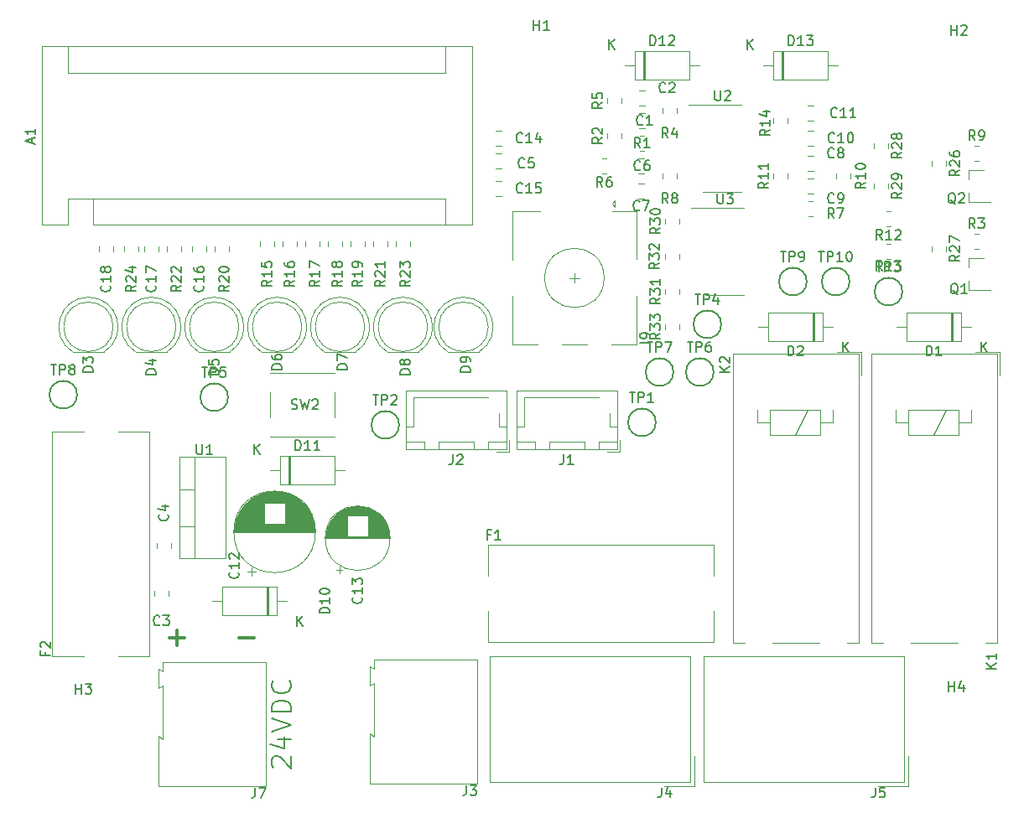
<source format=gbr>
%TF.GenerationSoftware,KiCad,Pcbnew,(5.1.9)-1*%
%TF.CreationDate,2021-09-01T12:14:14+02:00*%
%TF.ProjectId,scheda recinzione,73636865-6461-4207-9265-63696e7a696f,rev?*%
%TF.SameCoordinates,Original*%
%TF.FileFunction,Legend,Top*%
%TF.FilePolarity,Positive*%
%FSLAX46Y46*%
G04 Gerber Fmt 4.6, Leading zero omitted, Abs format (unit mm)*
G04 Created by KiCad (PCBNEW (5.1.9)-1) date 2021-09-01 12:14:14*
%MOMM*%
%LPD*%
G01*
G04 APERTURE LIST*
%ADD10C,0.300000*%
%ADD11C,0.150000*%
%ADD12C,0.120000*%
G04 APERTURE END LIST*
D10*
X193326285Y-143652857D02*
X194850095Y-143652857D01*
X194088190Y-144414761D02*
X194088190Y-142890952D01*
X200373904Y-143652857D02*
X201897714Y-143652857D01*
D11*
X203819238Y-156780952D02*
X203724000Y-156685714D01*
X203628761Y-156495238D01*
X203628761Y-156019047D01*
X203724000Y-155828571D01*
X203819238Y-155733333D01*
X204009714Y-155638095D01*
X204200190Y-155638095D01*
X204485904Y-155733333D01*
X205628761Y-156876190D01*
X205628761Y-155638095D01*
X204295428Y-153923809D02*
X205628761Y-153923809D01*
X203533523Y-154400000D02*
X204962095Y-154876190D01*
X204962095Y-153638095D01*
X203628761Y-153161904D02*
X205628761Y-152495238D01*
X203628761Y-151828571D01*
X205628761Y-151161904D02*
X203628761Y-151161904D01*
X203628761Y-150685714D01*
X203724000Y-150400000D01*
X203914476Y-150209523D01*
X204104952Y-150114285D01*
X204485904Y-150019047D01*
X204771619Y-150019047D01*
X205152571Y-150114285D01*
X205343047Y-150209523D01*
X205533523Y-150400000D01*
X205628761Y-150685714D01*
X205628761Y-151161904D01*
X205438285Y-148019047D02*
X205533523Y-148114285D01*
X205628761Y-148400000D01*
X205628761Y-148590476D01*
X205533523Y-148876190D01*
X205343047Y-149066666D01*
X205152571Y-149161904D01*
X204771619Y-149257142D01*
X204485904Y-149257142D01*
X204104952Y-149161904D01*
X203914476Y-149066666D01*
X203724000Y-148876190D01*
X203628761Y-148590476D01*
X203628761Y-148400000D01*
X203724000Y-148114285D01*
X203819238Y-148019047D01*
%TO.C,TP10*%
X262004000Y-107696000D02*
G75*
G03*
X262004000Y-107696000I-1400000J0D01*
G01*
%TO.C,TP9*%
X257686000Y-107696000D02*
G75*
G03*
X257686000Y-107696000I-1400000J0D01*
G01*
%TO.C,TP8*%
X184026000Y-119126000D02*
G75*
G03*
X184026000Y-119126000I-1400000J0D01*
G01*
%TO.C,TP7*%
X244224000Y-116840000D02*
G75*
G03*
X244224000Y-116840000I-1400000J0D01*
G01*
%TO.C,TP6*%
X248288000Y-116840000D02*
G75*
G03*
X248288000Y-116840000I-1400000J0D01*
G01*
%TO.C,TP5*%
X199266000Y-119380000D02*
G75*
G03*
X199266000Y-119380000I-1400000J0D01*
G01*
%TO.C,TP3*%
X267338000Y-108712000D02*
G75*
G03*
X267338000Y-108712000I-1400000J0D01*
G01*
%TO.C,TP2*%
X216538000Y-122174000D02*
G75*
G03*
X216538000Y-122174000I-1400000J0D01*
G01*
%TO.C,TP1*%
X242446000Y-121920000D02*
G75*
G03*
X242446000Y-121920000I-1400000J0D01*
G01*
%TO.C,TP4*%
X249050000Y-112014000D02*
G75*
G03*
X249050000Y-112014000I-1400000J0D01*
G01*
D12*
%TO.C,J1*%
X238526000Y-124634000D02*
X238526000Y-118664000D01*
X238526000Y-118664000D02*
X228406000Y-118664000D01*
X228406000Y-118664000D02*
X228406000Y-124634000D01*
X228406000Y-124634000D02*
X238526000Y-124634000D01*
X235216000Y-124624000D02*
X235216000Y-123874000D01*
X235216000Y-123874000D02*
X231716000Y-123874000D01*
X231716000Y-123874000D02*
X231716000Y-124624000D01*
X231716000Y-124624000D02*
X235216000Y-124624000D01*
X238516000Y-124624000D02*
X238516000Y-123874000D01*
X238516000Y-123874000D02*
X236716000Y-123874000D01*
X236716000Y-123874000D02*
X236716000Y-124624000D01*
X236716000Y-124624000D02*
X238516000Y-124624000D01*
X230216000Y-124624000D02*
X230216000Y-123874000D01*
X230216000Y-123874000D02*
X228416000Y-123874000D01*
X228416000Y-123874000D02*
X228416000Y-124624000D01*
X228416000Y-124624000D02*
X230216000Y-124624000D01*
X238516000Y-122374000D02*
X237766000Y-122374000D01*
X237766000Y-122374000D02*
X237766000Y-121034000D01*
X233466000Y-119424000D02*
X236706000Y-119424000D01*
X228416000Y-122374000D02*
X229166000Y-122374000D01*
X229166000Y-122374000D02*
X229166000Y-119424000D01*
X229166000Y-119424000D02*
X233466000Y-119424000D01*
X237566000Y-124924000D02*
X238816000Y-124924000D01*
X238816000Y-124924000D02*
X238816000Y-123674000D01*
%TO.C,SW2*%
X203526000Y-123372000D02*
X203526000Y-123342000D01*
X203526000Y-116912000D02*
X203526000Y-116942000D01*
X209986000Y-116912000D02*
X209986000Y-116942000D01*
X209986000Y-123342000D02*
X209986000Y-123372000D01*
X203526000Y-121442000D02*
X203526000Y-118842000D01*
X209986000Y-123372000D02*
X203526000Y-123372000D01*
X209986000Y-121442000D02*
X209986000Y-118842000D01*
X209986000Y-116912000D02*
X203526000Y-116912000D01*
%TO.C,J9*%
X234228000Y-106822000D02*
X234228000Y-107822000D01*
X234728000Y-107322000D02*
X233728000Y-107322000D01*
X230528000Y-114022000D02*
X227928000Y-114022000D01*
X235528000Y-114022000D02*
X232928000Y-114022000D01*
X240528000Y-114022000D02*
X237928000Y-114022000D01*
X238328000Y-100122000D02*
X238028000Y-99822000D01*
X238328000Y-99522000D02*
X238328000Y-100122000D01*
X238028000Y-99822000D02*
X238328000Y-99522000D01*
X240528000Y-100622000D02*
X238028000Y-100622000D01*
X240528000Y-105422000D02*
X240528000Y-100622000D01*
X227928000Y-100622000D02*
X230728000Y-100622000D01*
X227928000Y-105522000D02*
X227928000Y-100622000D01*
X227928000Y-114022000D02*
X227928000Y-109122000D01*
X240528000Y-109122000D02*
X240528000Y-114022000D01*
X237228000Y-107322000D02*
G75*
G03*
X237228000Y-107322000I-3000000J0D01*
G01*
%TO.C,D13*%
X254328000Y-84382000D02*
X254328000Y-87322000D01*
X254328000Y-87322000D02*
X259768000Y-87322000D01*
X259768000Y-87322000D02*
X259768000Y-84382000D01*
X259768000Y-84382000D02*
X254328000Y-84382000D01*
X253308000Y-85852000D02*
X254328000Y-85852000D01*
X260788000Y-85852000D02*
X259768000Y-85852000D01*
X255228000Y-84382000D02*
X255228000Y-87322000D01*
X255348000Y-84382000D02*
X255348000Y-87322000D01*
X255108000Y-84382000D02*
X255108000Y-87322000D01*
%TO.C,D12*%
X240358000Y-84382000D02*
X240358000Y-87322000D01*
X240358000Y-87322000D02*
X245798000Y-87322000D01*
X245798000Y-87322000D02*
X245798000Y-84382000D01*
X245798000Y-84382000D02*
X240358000Y-84382000D01*
X239338000Y-85852000D02*
X240358000Y-85852000D01*
X246818000Y-85852000D02*
X245798000Y-85852000D01*
X241258000Y-84382000D02*
X241258000Y-87322000D01*
X241378000Y-84382000D02*
X241378000Y-87322000D01*
X241138000Y-84382000D02*
X241138000Y-87322000D01*
%TO.C,F1*%
X225548000Y-134282000D02*
X225548000Y-137442000D01*
X225548000Y-140942000D02*
X225548000Y-144102000D01*
X248268000Y-140942000D02*
X248268000Y-144102000D01*
X248268000Y-144102000D02*
X225548000Y-144102000D01*
X248268000Y-134282000D02*
X225548000Y-134282000D01*
X248268000Y-134282000D02*
X248268000Y-137442000D01*
%TO.C,Q2*%
X274068000Y-96464000D02*
X274068000Y-97394000D01*
X274068000Y-99624000D02*
X274068000Y-98694000D01*
X274068000Y-99624000D02*
X276228000Y-99624000D01*
X274068000Y-96464000D02*
X275528000Y-96464000D01*
%TO.C,Q1*%
X274068000Y-105354000D02*
X274068000Y-106284000D01*
X274068000Y-108514000D02*
X274068000Y-107584000D01*
X274068000Y-108514000D02*
X276228000Y-108514000D01*
X274068000Y-105354000D02*
X275528000Y-105354000D01*
%TO.C,F2*%
X181526000Y-145546000D02*
X184686000Y-145546000D01*
X188186000Y-145546000D02*
X191346000Y-145546000D01*
X188186000Y-122826000D02*
X191346000Y-122826000D01*
X191346000Y-122826000D02*
X191346000Y-145546000D01*
X181526000Y-122826000D02*
X181526000Y-145546000D01*
X181526000Y-122826000D02*
X184686000Y-122826000D01*
%TO.C,K2*%
X259080000Y-120650000D02*
X259080000Y-121920000D01*
X254000000Y-120650000D02*
X259080000Y-120650000D01*
X254000000Y-123190000D02*
X254000000Y-120650000D01*
X259080000Y-123190000D02*
X254000000Y-123190000D01*
X259080000Y-121920000D02*
X259080000Y-123190000D01*
X260350000Y-121920000D02*
X259080000Y-121920000D01*
X260350000Y-120650000D02*
X260350000Y-121920000D01*
X252730000Y-121920000D02*
X252730000Y-120650000D01*
X254000000Y-121920000D02*
X252730000Y-121920000D01*
X257810000Y-120650000D02*
X256540000Y-123190000D01*
X262950000Y-115010000D02*
X262950000Y-144210000D01*
X262950000Y-144210000D02*
X261750000Y-144210000D01*
X258950000Y-144210000D02*
X254250000Y-144210000D01*
X251450000Y-144210000D02*
X250250000Y-144210000D01*
X250250000Y-144210000D02*
X250250000Y-115010000D01*
X250250000Y-115010000D02*
X262950000Y-115010000D01*
X263150000Y-117210000D02*
X263150000Y-114810000D01*
X260750000Y-114810000D02*
X263150000Y-114810000D01*
%TO.C,J4*%
X245952000Y-158266000D02*
X245952000Y-145526000D01*
X245952000Y-145526000D02*
X225712000Y-145526000D01*
X225712000Y-158266000D02*
X225712000Y-145526000D01*
X245952000Y-158266000D02*
X225712000Y-158266000D01*
X245952000Y-158266000D02*
X245952000Y-145526000D01*
X245952000Y-145526000D02*
X225712000Y-145526000D01*
X225712000Y-158266000D02*
X225712000Y-145526000D01*
X245952000Y-158266000D02*
X225712000Y-158266000D01*
X246332000Y-158646000D02*
X243332000Y-158646000D01*
X246332000Y-155646000D02*
X246332000Y-158646000D01*
%TO.C,U3*%
X249428000Y-109083000D02*
X251378000Y-109083000D01*
X249428000Y-109083000D02*
X247478000Y-109083000D01*
X249428000Y-100213000D02*
X251378000Y-100213000D01*
X249428000Y-100213000D02*
X245978000Y-100213000D01*
%TO.C,U2*%
X249174000Y-98669000D02*
X251124000Y-98669000D01*
X249174000Y-98669000D02*
X247224000Y-98669000D01*
X249174000Y-89799000D02*
X251124000Y-89799000D01*
X249174000Y-89799000D02*
X245724000Y-89799000D01*
%TO.C,D9*%
X225526000Y-112268000D02*
G75*
G03*
X225526000Y-112268000I-2500000J0D01*
G01*
X221481000Y-114828000D02*
X224571000Y-114828000D01*
X223025538Y-109278000D02*
G75*
G02*
X224570830Y-114828000I462J-2990000D01*
G01*
X223026462Y-109278000D02*
G75*
G03*
X221481170Y-114828000I-462J-2990000D01*
G01*
%TO.C,U1*%
X194342000Y-135676000D02*
X194342000Y-125436000D01*
X198983000Y-135676000D02*
X198983000Y-125436000D01*
X194342000Y-135676000D02*
X198983000Y-135676000D01*
X194342000Y-125436000D02*
X198983000Y-125436000D01*
X195852000Y-135676000D02*
X195852000Y-125436000D01*
X194342000Y-132406000D02*
X195852000Y-132406000D01*
X194342000Y-128705000D02*
X195852000Y-128705000D01*
%TO.C,A1*%
X185674000Y-99314000D02*
X183134000Y-99314000D01*
X183134000Y-99314000D02*
X183134000Y-101984000D01*
X185674000Y-101984000D02*
X223904000Y-101984000D01*
X180464000Y-101984000D02*
X183134000Y-101984000D01*
X183134000Y-86614000D02*
X183134000Y-83944000D01*
X183134000Y-86614000D02*
X221234000Y-86614000D01*
X221234000Y-86614000D02*
X221234000Y-83944000D01*
X185674000Y-99314000D02*
X185674000Y-101984000D01*
X185674000Y-99314000D02*
X221234000Y-99314000D01*
X221234000Y-99314000D02*
X221234000Y-101984000D01*
X223904000Y-101984000D02*
X223904000Y-83944000D01*
X223904000Y-83944000D02*
X180464000Y-83944000D01*
X180464000Y-83944000D02*
X180464000Y-101984000D01*
%TO.C,D3*%
X187666000Y-112268000D02*
G75*
G03*
X187666000Y-112268000I-2500000J0D01*
G01*
X183621000Y-114828000D02*
X186711000Y-114828000D01*
X185165538Y-109278000D02*
G75*
G02*
X186710830Y-114828000I462J-2990000D01*
G01*
X185166462Y-109278000D02*
G75*
G03*
X183621170Y-114828000I-462J-2990000D01*
G01*
%TO.C,D8*%
X219416000Y-112268000D02*
G75*
G03*
X219416000Y-112268000I-2500000J0D01*
G01*
X215371000Y-114828000D02*
X218461000Y-114828000D01*
X216915538Y-109278000D02*
G75*
G02*
X218460830Y-114828000I462J-2990000D01*
G01*
X216916462Y-109278000D02*
G75*
G03*
X215371170Y-114828000I-462J-2990000D01*
G01*
%TO.C,R33*%
X243359000Y-112495064D02*
X243359000Y-112040936D01*
X244829000Y-112495064D02*
X244829000Y-112040936D01*
%TO.C,R32*%
X244829000Y-104928936D02*
X244829000Y-105383064D01*
X243359000Y-104928936D02*
X243359000Y-105383064D01*
%TO.C,R31*%
X243359000Y-108939064D02*
X243359000Y-108484936D01*
X244829000Y-108939064D02*
X244829000Y-108484936D01*
%TO.C,R30*%
X243359000Y-101827064D02*
X243359000Y-101372936D01*
X244829000Y-101827064D02*
X244829000Y-101372936D01*
%TO.C,R29*%
X265911000Y-97816936D02*
X265911000Y-98271064D01*
X264441000Y-97816936D02*
X264441000Y-98271064D01*
%TO.C,R28*%
X265911000Y-93752936D02*
X265911000Y-94207064D01*
X264441000Y-93752936D02*
X264441000Y-94207064D01*
%TO.C,R27*%
X271753000Y-104166936D02*
X271753000Y-104621064D01*
X270283000Y-104166936D02*
X270283000Y-104621064D01*
%TO.C,R26*%
X271753000Y-95530936D02*
X271753000Y-95985064D01*
X270283000Y-95530936D02*
X270283000Y-95985064D01*
%TO.C,R24*%
X190219000Y-104166936D02*
X190219000Y-104621064D01*
X188749000Y-104166936D02*
X188749000Y-104621064D01*
%TO.C,R23*%
X217651000Y-103658936D02*
X217651000Y-104113064D01*
X216181000Y-103658936D02*
X216181000Y-104113064D01*
%TO.C,R22*%
X194537000Y-104166936D02*
X194537000Y-104621064D01*
X193067000Y-104166936D02*
X193067000Y-104621064D01*
%TO.C,R21*%
X215365000Y-103658936D02*
X215365000Y-104113064D01*
X213895000Y-103658936D02*
X213895000Y-104113064D01*
%TO.C,R20*%
X199363000Y-104166936D02*
X199363000Y-104621064D01*
X197893000Y-104166936D02*
X197893000Y-104621064D01*
%TO.C,R19*%
X213079000Y-103658936D02*
X213079000Y-104113064D01*
X211609000Y-103658936D02*
X211609000Y-104113064D01*
%TO.C,R18*%
X210793000Y-103658936D02*
X210793000Y-104113064D01*
X209323000Y-103658936D02*
X209323000Y-104113064D01*
%TO.C,R17*%
X208507000Y-103658936D02*
X208507000Y-104113064D01*
X207037000Y-103658936D02*
X207037000Y-104113064D01*
%TO.C,R16*%
X206221000Y-103658936D02*
X206221000Y-104113064D01*
X204751000Y-103658936D02*
X204751000Y-104113064D01*
%TO.C,R15*%
X203935000Y-103658936D02*
X203935000Y-104113064D01*
X202465000Y-103658936D02*
X202465000Y-104113064D01*
%TO.C,R14*%
X255751000Y-91212936D02*
X255751000Y-91667064D01*
X254281000Y-91212936D02*
X254281000Y-91667064D01*
%TO.C,R13*%
X265710936Y-103913000D02*
X266165064Y-103913000D01*
X265710936Y-105383000D02*
X266165064Y-105383000D01*
%TO.C,R12*%
X266165064Y-102081000D02*
X265710936Y-102081000D01*
X266165064Y-100611000D02*
X265710936Y-100611000D01*
%TO.C,R11*%
X254281000Y-97255064D02*
X254281000Y-96800936D01*
X255751000Y-97255064D02*
X255751000Y-96800936D01*
%TO.C,R10*%
X260631000Y-97255064D02*
X260631000Y-96800936D01*
X262101000Y-97255064D02*
X262101000Y-96800936D01*
%TO.C,R9*%
X275055064Y-95477000D02*
X274600936Y-95477000D01*
X275055064Y-94007000D02*
X274600936Y-94007000D01*
%TO.C,R8*%
X243105000Y-97255064D02*
X243105000Y-96800936D01*
X244575000Y-97255064D02*
X244575000Y-96800936D01*
%TO.C,R7*%
X258291064Y-101065000D02*
X257836936Y-101065000D01*
X258291064Y-99595000D02*
X257836936Y-99595000D01*
%TO.C,R6*%
X237463064Y-96747000D02*
X237008936Y-96747000D01*
X237463064Y-95277000D02*
X237008936Y-95277000D01*
%TO.C,R5*%
X237517000Y-89635064D02*
X237517000Y-89180936D01*
X238987000Y-89635064D02*
X238987000Y-89180936D01*
%TO.C,R4*%
X244575000Y-90196936D02*
X244575000Y-90651064D01*
X243105000Y-90196936D02*
X243105000Y-90651064D01*
%TO.C,R3*%
X275055064Y-104367000D02*
X274600936Y-104367000D01*
X275055064Y-102897000D02*
X274600936Y-102897000D01*
%TO.C,R2*%
X237517000Y-93191064D02*
X237517000Y-92736936D01*
X238987000Y-93191064D02*
X238987000Y-92736936D01*
%TO.C,R1*%
X240818936Y-92991000D02*
X241273064Y-92991000D01*
X240818936Y-94461000D02*
X241273064Y-94461000D01*
%TO.C,C18*%
X187679000Y-104132748D02*
X187679000Y-104655252D01*
X186209000Y-104132748D02*
X186209000Y-104655252D01*
%TO.C,C17*%
X192251000Y-104132748D02*
X192251000Y-104655252D01*
X190781000Y-104132748D02*
X190781000Y-104655252D01*
%TO.C,C16*%
X195607000Y-104655252D02*
X195607000Y-104132748D01*
X197077000Y-104655252D02*
X197077000Y-104132748D01*
%TO.C,C15*%
X226306748Y-97563000D02*
X226829252Y-97563000D01*
X226306748Y-99033000D02*
X226829252Y-99033000D01*
%TO.C,C14*%
X226306748Y-92483000D02*
X226829252Y-92483000D01*
X226306748Y-93953000D02*
X226829252Y-93953000D01*
%TO.C,C11*%
X257802748Y-89943000D02*
X258325252Y-89943000D01*
X257802748Y-91413000D02*
X258325252Y-91413000D01*
%TO.C,C10*%
X257802748Y-92483000D02*
X258325252Y-92483000D01*
X257802748Y-93953000D02*
X258325252Y-93953000D01*
%TO.C,C9*%
X257802748Y-97309000D02*
X258325252Y-97309000D01*
X257802748Y-98779000D02*
X258325252Y-98779000D01*
%TO.C,C8*%
X257802748Y-95023000D02*
X258325252Y-95023000D01*
X257802748Y-96493000D02*
X258325252Y-96493000D01*
%TO.C,C7*%
X241227252Y-99287000D02*
X240704748Y-99287000D01*
X241227252Y-97817000D02*
X240704748Y-97817000D01*
%TO.C,C6*%
X241227252Y-96747000D02*
X240704748Y-96747000D01*
X241227252Y-95277000D02*
X240704748Y-95277000D01*
%TO.C,C5*%
X226829252Y-96239000D02*
X226306748Y-96239000D01*
X226829252Y-94769000D02*
X226306748Y-94769000D01*
%TO.C,C4*%
X193521000Y-134104748D02*
X193521000Y-134627252D01*
X192051000Y-134104748D02*
X192051000Y-134627252D01*
%TO.C,C3*%
X193267000Y-138930748D02*
X193267000Y-139453252D01*
X191797000Y-138930748D02*
X191797000Y-139453252D01*
%TO.C,C2*%
X241307252Y-89889000D02*
X240784748Y-89889000D01*
X241307252Y-88419000D02*
X240784748Y-88419000D01*
%TO.C,C1*%
X241307252Y-92175000D02*
X240784748Y-92175000D01*
X241307252Y-90705000D02*
X240784748Y-90705000D01*
%TO.C,D11*%
X205324000Y-125276000D02*
X205324000Y-128216000D01*
X205564000Y-125276000D02*
X205564000Y-128216000D01*
X205444000Y-125276000D02*
X205444000Y-128216000D01*
X211004000Y-126746000D02*
X209984000Y-126746000D01*
X203524000Y-126746000D02*
X204544000Y-126746000D01*
X209984000Y-125276000D02*
X204544000Y-125276000D01*
X209984000Y-128216000D02*
X209984000Y-125276000D01*
X204544000Y-128216000D02*
X209984000Y-128216000D01*
X204544000Y-125276000D02*
X204544000Y-128216000D01*
%TO.C,C13*%
X210190000Y-136809241D02*
X210820000Y-136809241D01*
X210505000Y-137124241D02*
X210505000Y-136494241D01*
X211942000Y-130383000D02*
X212746000Y-130383000D01*
X211711000Y-130423000D02*
X212977000Y-130423000D01*
X211542000Y-130463000D02*
X213146000Y-130463000D01*
X211404000Y-130503000D02*
X213284000Y-130503000D01*
X211285000Y-130543000D02*
X213403000Y-130543000D01*
X211179000Y-130583000D02*
X213509000Y-130583000D01*
X211082000Y-130623000D02*
X213606000Y-130623000D01*
X210994000Y-130663000D02*
X213694000Y-130663000D01*
X210912000Y-130703000D02*
X213776000Y-130703000D01*
X210835000Y-130743000D02*
X213853000Y-130743000D01*
X210763000Y-130783000D02*
X213925000Y-130783000D01*
X210694000Y-130823000D02*
X213994000Y-130823000D01*
X210630000Y-130863000D02*
X214058000Y-130863000D01*
X210568000Y-130903000D02*
X214120000Y-130903000D01*
X210510000Y-130943000D02*
X214178000Y-130943000D01*
X210454000Y-130983000D02*
X214234000Y-130983000D01*
X210400000Y-131023000D02*
X214288000Y-131023000D01*
X210349000Y-131063000D02*
X214339000Y-131063000D01*
X210300000Y-131103000D02*
X214388000Y-131103000D01*
X210252000Y-131143000D02*
X214436000Y-131143000D01*
X210207000Y-131183000D02*
X214481000Y-131183000D01*
X210162000Y-131223000D02*
X214526000Y-131223000D01*
X210120000Y-131263000D02*
X214568000Y-131263000D01*
X210079000Y-131303000D02*
X214609000Y-131303000D01*
X213384000Y-131343000D02*
X214649000Y-131343000D01*
X210039000Y-131343000D02*
X211304000Y-131343000D01*
X213384000Y-131383000D02*
X214687000Y-131383000D01*
X210001000Y-131383000D02*
X211304000Y-131383000D01*
X213384000Y-131423000D02*
X214724000Y-131423000D01*
X209964000Y-131423000D02*
X211304000Y-131423000D01*
X213384000Y-131463000D02*
X214760000Y-131463000D01*
X209928000Y-131463000D02*
X211304000Y-131463000D01*
X213384000Y-131503000D02*
X214794000Y-131503000D01*
X209894000Y-131503000D02*
X211304000Y-131503000D01*
X213384000Y-131543000D02*
X214828000Y-131543000D01*
X209860000Y-131543000D02*
X211304000Y-131543000D01*
X213384000Y-131583000D02*
X214860000Y-131583000D01*
X209828000Y-131583000D02*
X211304000Y-131583000D01*
X213384000Y-131623000D02*
X214892000Y-131623000D01*
X209796000Y-131623000D02*
X211304000Y-131623000D01*
X213384000Y-131663000D02*
X214922000Y-131663000D01*
X209766000Y-131663000D02*
X211304000Y-131663000D01*
X213384000Y-131703000D02*
X214951000Y-131703000D01*
X209737000Y-131703000D02*
X211304000Y-131703000D01*
X213384000Y-131743000D02*
X214980000Y-131743000D01*
X209708000Y-131743000D02*
X211304000Y-131743000D01*
X213384000Y-131783000D02*
X215008000Y-131783000D01*
X209680000Y-131783000D02*
X211304000Y-131783000D01*
X213384000Y-131823000D02*
X215034000Y-131823000D01*
X209654000Y-131823000D02*
X211304000Y-131823000D01*
X213384000Y-131863000D02*
X215060000Y-131863000D01*
X209628000Y-131863000D02*
X211304000Y-131863000D01*
X213384000Y-131903000D02*
X215086000Y-131903000D01*
X209602000Y-131903000D02*
X211304000Y-131903000D01*
X213384000Y-131943000D02*
X215110000Y-131943000D01*
X209578000Y-131943000D02*
X211304000Y-131943000D01*
X213384000Y-131983000D02*
X215134000Y-131983000D01*
X209554000Y-131983000D02*
X211304000Y-131983000D01*
X213384000Y-132023000D02*
X215156000Y-132023000D01*
X209532000Y-132023000D02*
X211304000Y-132023000D01*
X213384000Y-132063000D02*
X215178000Y-132063000D01*
X209510000Y-132063000D02*
X211304000Y-132063000D01*
X213384000Y-132103000D02*
X215200000Y-132103000D01*
X209488000Y-132103000D02*
X211304000Y-132103000D01*
X213384000Y-132143000D02*
X215220000Y-132143000D01*
X209468000Y-132143000D02*
X211304000Y-132143000D01*
X213384000Y-132183000D02*
X215240000Y-132183000D01*
X209448000Y-132183000D02*
X211304000Y-132183000D01*
X213384000Y-132223000D02*
X215260000Y-132223000D01*
X209428000Y-132223000D02*
X211304000Y-132223000D01*
X213384000Y-132263000D02*
X215278000Y-132263000D01*
X209410000Y-132263000D02*
X211304000Y-132263000D01*
X213384000Y-132303000D02*
X215296000Y-132303000D01*
X209392000Y-132303000D02*
X211304000Y-132303000D01*
X213384000Y-132343000D02*
X215314000Y-132343000D01*
X209374000Y-132343000D02*
X211304000Y-132343000D01*
X213384000Y-132383000D02*
X215330000Y-132383000D01*
X209358000Y-132383000D02*
X211304000Y-132383000D01*
X213384000Y-132423000D02*
X215346000Y-132423000D01*
X209342000Y-132423000D02*
X211304000Y-132423000D01*
X213384000Y-132463000D02*
X215362000Y-132463000D01*
X209326000Y-132463000D02*
X211304000Y-132463000D01*
X213384000Y-132503000D02*
X215377000Y-132503000D01*
X209311000Y-132503000D02*
X211304000Y-132503000D01*
X213384000Y-132543000D02*
X215391000Y-132543000D01*
X209297000Y-132543000D02*
X211304000Y-132543000D01*
X213384000Y-132583000D02*
X215405000Y-132583000D01*
X209283000Y-132583000D02*
X211304000Y-132583000D01*
X213384000Y-132623000D02*
X215418000Y-132623000D01*
X209270000Y-132623000D02*
X211304000Y-132623000D01*
X213384000Y-132663000D02*
X215430000Y-132663000D01*
X209258000Y-132663000D02*
X211304000Y-132663000D01*
X213384000Y-132703000D02*
X215442000Y-132703000D01*
X209246000Y-132703000D02*
X211304000Y-132703000D01*
X213384000Y-132743000D02*
X215454000Y-132743000D01*
X209234000Y-132743000D02*
X211304000Y-132743000D01*
X213384000Y-132783000D02*
X215465000Y-132783000D01*
X209223000Y-132783000D02*
X211304000Y-132783000D01*
X213384000Y-132823000D02*
X215475000Y-132823000D01*
X209213000Y-132823000D02*
X211304000Y-132823000D01*
X213384000Y-132863000D02*
X215485000Y-132863000D01*
X209203000Y-132863000D02*
X211304000Y-132863000D01*
X213384000Y-132903000D02*
X215494000Y-132903000D01*
X209194000Y-132903000D02*
X211304000Y-132903000D01*
X213384000Y-132944000D02*
X215503000Y-132944000D01*
X209185000Y-132944000D02*
X211304000Y-132944000D01*
X213384000Y-132984000D02*
X215511000Y-132984000D01*
X209177000Y-132984000D02*
X211304000Y-132984000D01*
X213384000Y-133024000D02*
X215519000Y-133024000D01*
X209169000Y-133024000D02*
X211304000Y-133024000D01*
X213384000Y-133064000D02*
X215526000Y-133064000D01*
X209162000Y-133064000D02*
X211304000Y-133064000D01*
X213384000Y-133104000D02*
X215533000Y-133104000D01*
X209155000Y-133104000D02*
X211304000Y-133104000D01*
X213384000Y-133144000D02*
X215539000Y-133144000D01*
X209149000Y-133144000D02*
X211304000Y-133144000D01*
X213384000Y-133184000D02*
X215545000Y-133184000D01*
X209143000Y-133184000D02*
X211304000Y-133184000D01*
X213384000Y-133224000D02*
X215550000Y-133224000D01*
X209138000Y-133224000D02*
X211304000Y-133224000D01*
X213384000Y-133264000D02*
X215555000Y-133264000D01*
X209133000Y-133264000D02*
X211304000Y-133264000D01*
X213384000Y-133304000D02*
X215559000Y-133304000D01*
X209129000Y-133304000D02*
X211304000Y-133304000D01*
X213384000Y-133344000D02*
X215562000Y-133344000D01*
X209126000Y-133344000D02*
X211304000Y-133344000D01*
X213384000Y-133384000D02*
X215566000Y-133384000D01*
X209122000Y-133384000D02*
X211304000Y-133384000D01*
X209120000Y-133424000D02*
X215568000Y-133424000D01*
X209117000Y-133464000D02*
X215571000Y-133464000D01*
X209116000Y-133504000D02*
X215572000Y-133504000D01*
X209114000Y-133544000D02*
X215574000Y-133544000D01*
X209114000Y-133584000D02*
X215574000Y-133584000D01*
X209114000Y-133624000D02*
X215574000Y-133624000D01*
X215614000Y-133624000D02*
G75*
G03*
X215614000Y-133624000I-3270000J0D01*
G01*
%TO.C,C12*%
X201247000Y-136983698D02*
X202047000Y-136983698D01*
X201647000Y-137383698D02*
X201647000Y-136583698D01*
X203429000Y-128893000D02*
X204495000Y-128893000D01*
X203194000Y-128933000D02*
X204730000Y-128933000D01*
X203014000Y-128973000D02*
X204910000Y-128973000D01*
X202864000Y-129013000D02*
X205060000Y-129013000D01*
X202733000Y-129053000D02*
X205191000Y-129053000D01*
X202616000Y-129093000D02*
X205308000Y-129093000D01*
X202509000Y-129133000D02*
X205415000Y-129133000D01*
X202410000Y-129173000D02*
X205514000Y-129173000D01*
X202317000Y-129213000D02*
X205607000Y-129213000D01*
X202231000Y-129253000D02*
X205693000Y-129253000D01*
X202149000Y-129293000D02*
X205775000Y-129293000D01*
X202072000Y-129333000D02*
X205852000Y-129333000D01*
X201998000Y-129373000D02*
X205926000Y-129373000D01*
X201928000Y-129413000D02*
X205996000Y-129413000D01*
X201860000Y-129453000D02*
X206064000Y-129453000D01*
X201796000Y-129493000D02*
X206128000Y-129493000D01*
X201734000Y-129533000D02*
X206190000Y-129533000D01*
X201675000Y-129573000D02*
X206249000Y-129573000D01*
X201617000Y-129613000D02*
X206307000Y-129613000D01*
X201562000Y-129653000D02*
X206362000Y-129653000D01*
X201508000Y-129693000D02*
X206416000Y-129693000D01*
X201457000Y-129733000D02*
X206467000Y-129733000D01*
X201406000Y-129773000D02*
X206518000Y-129773000D01*
X201358000Y-129813000D02*
X206566000Y-129813000D01*
X201311000Y-129853000D02*
X206613000Y-129853000D01*
X201265000Y-129893000D02*
X206659000Y-129893000D01*
X201221000Y-129933000D02*
X206703000Y-129933000D01*
X201178000Y-129973000D02*
X206746000Y-129973000D01*
X201136000Y-130013000D02*
X206788000Y-130013000D01*
X205002000Y-130053000D02*
X206829000Y-130053000D01*
X201095000Y-130053000D02*
X202922000Y-130053000D01*
X205002000Y-130093000D02*
X206869000Y-130093000D01*
X201055000Y-130093000D02*
X202922000Y-130093000D01*
X205002000Y-130133000D02*
X206907000Y-130133000D01*
X201017000Y-130133000D02*
X202922000Y-130133000D01*
X205002000Y-130173000D02*
X206945000Y-130173000D01*
X200979000Y-130173000D02*
X202922000Y-130173000D01*
X205002000Y-130213000D02*
X206981000Y-130213000D01*
X200943000Y-130213000D02*
X202922000Y-130213000D01*
X205002000Y-130253000D02*
X207017000Y-130253000D01*
X200907000Y-130253000D02*
X202922000Y-130253000D01*
X205002000Y-130293000D02*
X207052000Y-130293000D01*
X200872000Y-130293000D02*
X202922000Y-130293000D01*
X205002000Y-130333000D02*
X207086000Y-130333000D01*
X200838000Y-130333000D02*
X202922000Y-130333000D01*
X205002000Y-130373000D02*
X207118000Y-130373000D01*
X200806000Y-130373000D02*
X202922000Y-130373000D01*
X205002000Y-130413000D02*
X207151000Y-130413000D01*
X200773000Y-130413000D02*
X202922000Y-130413000D01*
X205002000Y-130453000D02*
X207182000Y-130453000D01*
X200742000Y-130453000D02*
X202922000Y-130453000D01*
X205002000Y-130493000D02*
X207212000Y-130493000D01*
X200712000Y-130493000D02*
X202922000Y-130493000D01*
X205002000Y-130533000D02*
X207242000Y-130533000D01*
X200682000Y-130533000D02*
X202922000Y-130533000D01*
X205002000Y-130573000D02*
X207271000Y-130573000D01*
X200653000Y-130573000D02*
X202922000Y-130573000D01*
X205002000Y-130613000D02*
X207300000Y-130613000D01*
X200624000Y-130613000D02*
X202922000Y-130613000D01*
X205002000Y-130653000D02*
X207327000Y-130653000D01*
X200597000Y-130653000D02*
X202922000Y-130653000D01*
X205002000Y-130693000D02*
X207354000Y-130693000D01*
X200570000Y-130693000D02*
X202922000Y-130693000D01*
X205002000Y-130733000D02*
X207380000Y-130733000D01*
X200544000Y-130733000D02*
X202922000Y-130733000D01*
X205002000Y-130773000D02*
X207406000Y-130773000D01*
X200518000Y-130773000D02*
X202922000Y-130773000D01*
X205002000Y-130813000D02*
X207431000Y-130813000D01*
X200493000Y-130813000D02*
X202922000Y-130813000D01*
X205002000Y-130853000D02*
X207455000Y-130853000D01*
X200469000Y-130853000D02*
X202922000Y-130853000D01*
X205002000Y-130893000D02*
X207479000Y-130893000D01*
X200445000Y-130893000D02*
X202922000Y-130893000D01*
X205002000Y-130933000D02*
X207502000Y-130933000D01*
X200422000Y-130933000D02*
X202922000Y-130933000D01*
X205002000Y-130973000D02*
X207524000Y-130973000D01*
X200400000Y-130973000D02*
X202922000Y-130973000D01*
X205002000Y-131013000D02*
X207546000Y-131013000D01*
X200378000Y-131013000D02*
X202922000Y-131013000D01*
X205002000Y-131053000D02*
X207568000Y-131053000D01*
X200356000Y-131053000D02*
X202922000Y-131053000D01*
X205002000Y-131093000D02*
X207589000Y-131093000D01*
X200335000Y-131093000D02*
X202922000Y-131093000D01*
X205002000Y-131133000D02*
X207609000Y-131133000D01*
X200315000Y-131133000D02*
X202922000Y-131133000D01*
X205002000Y-131173000D02*
X207628000Y-131173000D01*
X200296000Y-131173000D02*
X202922000Y-131173000D01*
X205002000Y-131213000D02*
X207648000Y-131213000D01*
X200276000Y-131213000D02*
X202922000Y-131213000D01*
X205002000Y-131253000D02*
X207666000Y-131253000D01*
X200258000Y-131253000D02*
X202922000Y-131253000D01*
X205002000Y-131293000D02*
X207684000Y-131293000D01*
X200240000Y-131293000D02*
X202922000Y-131293000D01*
X205002000Y-131333000D02*
X207702000Y-131333000D01*
X200222000Y-131333000D02*
X202922000Y-131333000D01*
X205002000Y-131373000D02*
X207719000Y-131373000D01*
X200205000Y-131373000D02*
X202922000Y-131373000D01*
X205002000Y-131413000D02*
X207736000Y-131413000D01*
X200188000Y-131413000D02*
X202922000Y-131413000D01*
X205002000Y-131453000D02*
X207752000Y-131453000D01*
X200172000Y-131453000D02*
X202922000Y-131453000D01*
X205002000Y-131493000D02*
X207767000Y-131493000D01*
X200157000Y-131493000D02*
X202922000Y-131493000D01*
X205002000Y-131533000D02*
X207783000Y-131533000D01*
X200141000Y-131533000D02*
X202922000Y-131533000D01*
X205002000Y-131573000D02*
X207797000Y-131573000D01*
X200127000Y-131573000D02*
X202922000Y-131573000D01*
X205002000Y-131613000D02*
X207812000Y-131613000D01*
X200112000Y-131613000D02*
X202922000Y-131613000D01*
X205002000Y-131653000D02*
X207825000Y-131653000D01*
X200099000Y-131653000D02*
X202922000Y-131653000D01*
X205002000Y-131693000D02*
X207839000Y-131693000D01*
X200085000Y-131693000D02*
X202922000Y-131693000D01*
X205002000Y-131733000D02*
X207851000Y-131733000D01*
X200073000Y-131733000D02*
X202922000Y-131733000D01*
X205002000Y-131773000D02*
X207864000Y-131773000D01*
X200060000Y-131773000D02*
X202922000Y-131773000D01*
X205002000Y-131813000D02*
X207876000Y-131813000D01*
X200048000Y-131813000D02*
X202922000Y-131813000D01*
X205002000Y-131853000D02*
X207887000Y-131853000D01*
X200037000Y-131853000D02*
X202922000Y-131853000D01*
X205002000Y-131893000D02*
X207898000Y-131893000D01*
X200026000Y-131893000D02*
X202922000Y-131893000D01*
X205002000Y-131933000D02*
X207909000Y-131933000D01*
X200015000Y-131933000D02*
X202922000Y-131933000D01*
X205002000Y-131973000D02*
X207919000Y-131973000D01*
X200005000Y-131973000D02*
X202922000Y-131973000D01*
X205002000Y-132013000D02*
X207929000Y-132013000D01*
X199995000Y-132013000D02*
X202922000Y-132013000D01*
X205002000Y-132053000D02*
X207938000Y-132053000D01*
X199986000Y-132053000D02*
X202922000Y-132053000D01*
X205002000Y-132093000D02*
X207947000Y-132093000D01*
X199977000Y-132093000D02*
X202922000Y-132093000D01*
X199968000Y-132133000D02*
X207956000Y-132133000D01*
X199960000Y-132173000D02*
X207964000Y-132173000D01*
X199952000Y-132213000D02*
X207972000Y-132213000D01*
X199945000Y-132253000D02*
X207979000Y-132253000D01*
X199938000Y-132294000D02*
X207986000Y-132294000D01*
X199932000Y-132334000D02*
X207992000Y-132334000D01*
X199925000Y-132374000D02*
X207999000Y-132374000D01*
X199920000Y-132414000D02*
X208004000Y-132414000D01*
X199914000Y-132454000D02*
X208010000Y-132454000D01*
X199910000Y-132494000D02*
X208014000Y-132494000D01*
X199905000Y-132534000D02*
X208019000Y-132534000D01*
X199901000Y-132574000D02*
X208023000Y-132574000D01*
X199897000Y-132614000D02*
X208027000Y-132614000D01*
X199894000Y-132654000D02*
X208030000Y-132654000D01*
X199891000Y-132694000D02*
X208033000Y-132694000D01*
X199888000Y-132734000D02*
X208036000Y-132734000D01*
X199886000Y-132774000D02*
X208038000Y-132774000D01*
X199885000Y-132814000D02*
X208039000Y-132814000D01*
X199883000Y-132854000D02*
X208041000Y-132854000D01*
X199882000Y-132894000D02*
X208042000Y-132894000D01*
X199882000Y-132934000D02*
X208042000Y-132934000D01*
X199882000Y-132974000D02*
X208042000Y-132974000D01*
X208082000Y-132974000D02*
G75*
G03*
X208082000Y-132974000I-4120000J0D01*
G01*
%TO.C,J5*%
X267542000Y-158266000D02*
X267542000Y-145526000D01*
X267542000Y-145526000D02*
X247302000Y-145526000D01*
X247302000Y-158266000D02*
X247302000Y-145526000D01*
X267542000Y-158266000D02*
X247302000Y-158266000D01*
X267542000Y-158266000D02*
X267542000Y-145526000D01*
X267542000Y-145526000D02*
X247302000Y-145526000D01*
X247302000Y-158266000D02*
X247302000Y-145526000D01*
X267542000Y-158266000D02*
X247302000Y-158266000D01*
X267922000Y-158646000D02*
X264922000Y-158646000D01*
X267922000Y-155646000D02*
X267922000Y-158646000D01*
%TO.C,D7*%
X213066000Y-112268000D02*
G75*
G03*
X213066000Y-112268000I-2500000J0D01*
G01*
X209021000Y-114828000D02*
X212111000Y-114828000D01*
X210565538Y-109278000D02*
G75*
G02*
X212110830Y-114828000I462J-2990000D01*
G01*
X210566462Y-109278000D02*
G75*
G03*
X209021170Y-114828000I-462J-2990000D01*
G01*
%TO.C,D6*%
X206716000Y-112268000D02*
G75*
G03*
X206716000Y-112268000I-2500000J0D01*
G01*
X202671000Y-114828000D02*
X205761000Y-114828000D01*
X204215538Y-109278000D02*
G75*
G02*
X205760830Y-114828000I462J-2990000D01*
G01*
X204216462Y-109278000D02*
G75*
G03*
X202671170Y-114828000I-462J-2990000D01*
G01*
%TO.C,D5*%
X200366000Y-112268000D02*
G75*
G03*
X200366000Y-112268000I-2500000J0D01*
G01*
X196321000Y-114828000D02*
X199411000Y-114828000D01*
X197865538Y-109278000D02*
G75*
G02*
X199410830Y-114828000I462J-2990000D01*
G01*
X197866462Y-109278000D02*
G75*
G03*
X196321170Y-114828000I-462J-2990000D01*
G01*
%TO.C,D4*%
X194016000Y-112268000D02*
G75*
G03*
X194016000Y-112268000I-2500000J0D01*
G01*
X189971000Y-114828000D02*
X193061000Y-114828000D01*
X191515538Y-109278000D02*
G75*
G02*
X193060830Y-114828000I462J-2990000D01*
G01*
X191516462Y-109278000D02*
G75*
G03*
X189971170Y-114828000I-462J-2990000D01*
G01*
%TO.C,J7*%
X203056000Y-158700000D02*
X203056000Y-146100000D01*
X203056000Y-146100000D02*
X192706000Y-146100000D01*
X192706000Y-146100000D02*
X192706000Y-147050000D01*
X192706000Y-147050000D02*
X192206000Y-146800000D01*
X192206000Y-146800000D02*
X192206000Y-148700000D01*
X192206000Y-148700000D02*
X192206000Y-148750000D01*
X192206000Y-148750000D02*
X192706000Y-148500000D01*
X192706000Y-148500000D02*
X192706000Y-153900000D01*
X192706000Y-153900000D02*
X192206000Y-153600000D01*
X192206000Y-153600000D02*
X192206000Y-158700000D01*
X192206000Y-158700000D02*
X203056000Y-158700000D01*
%TO.C,J3*%
X213542000Y-158446000D02*
X224392000Y-158446000D01*
X213542000Y-153346000D02*
X213542000Y-158446000D01*
X214042000Y-153646000D02*
X213542000Y-153346000D01*
X214042000Y-148246000D02*
X214042000Y-153646000D01*
X213542000Y-148496000D02*
X214042000Y-148246000D01*
X213542000Y-148446000D02*
X213542000Y-148496000D01*
X213542000Y-146546000D02*
X213542000Y-148446000D01*
X214042000Y-146796000D02*
X213542000Y-146546000D01*
X214042000Y-145846000D02*
X214042000Y-146796000D01*
X224392000Y-145846000D02*
X214042000Y-145846000D01*
X224392000Y-158446000D02*
X224392000Y-145846000D01*
%TO.C,J2*%
X227350000Y-124634000D02*
X227350000Y-118664000D01*
X227350000Y-118664000D02*
X217230000Y-118664000D01*
X217230000Y-118664000D02*
X217230000Y-124634000D01*
X217230000Y-124634000D02*
X227350000Y-124634000D01*
X224040000Y-124624000D02*
X224040000Y-123874000D01*
X224040000Y-123874000D02*
X220540000Y-123874000D01*
X220540000Y-123874000D02*
X220540000Y-124624000D01*
X220540000Y-124624000D02*
X224040000Y-124624000D01*
X227340000Y-124624000D02*
X227340000Y-123874000D01*
X227340000Y-123874000D02*
X225540000Y-123874000D01*
X225540000Y-123874000D02*
X225540000Y-124624000D01*
X225540000Y-124624000D02*
X227340000Y-124624000D01*
X219040000Y-124624000D02*
X219040000Y-123874000D01*
X219040000Y-123874000D02*
X217240000Y-123874000D01*
X217240000Y-123874000D02*
X217240000Y-124624000D01*
X217240000Y-124624000D02*
X219040000Y-124624000D01*
X227340000Y-122374000D02*
X226590000Y-122374000D01*
X226590000Y-122374000D02*
X226590000Y-121034000D01*
X222290000Y-119424000D02*
X225530000Y-119424000D01*
X217240000Y-122374000D02*
X217990000Y-122374000D01*
X217990000Y-122374000D02*
X217990000Y-119424000D01*
X217990000Y-119424000D02*
X222290000Y-119424000D01*
X226390000Y-124924000D02*
X227640000Y-124924000D01*
X227640000Y-124924000D02*
X227640000Y-123674000D01*
%TO.C,D10*%
X204142000Y-141424000D02*
X204142000Y-138484000D01*
X204142000Y-138484000D02*
X198702000Y-138484000D01*
X198702000Y-138484000D02*
X198702000Y-141424000D01*
X198702000Y-141424000D02*
X204142000Y-141424000D01*
X205162000Y-139954000D02*
X204142000Y-139954000D01*
X197682000Y-139954000D02*
X198702000Y-139954000D01*
X203242000Y-141424000D02*
X203242000Y-138484000D01*
X203122000Y-141424000D02*
X203122000Y-138484000D01*
X203362000Y-141424000D02*
X203362000Y-138484000D01*
%TO.C,K1*%
X273050000Y-120650000D02*
X273050000Y-121920000D01*
X267970000Y-120650000D02*
X273050000Y-120650000D01*
X267970000Y-123190000D02*
X267970000Y-120650000D01*
X273050000Y-123190000D02*
X267970000Y-123190000D01*
X273050000Y-121920000D02*
X273050000Y-123190000D01*
X274320000Y-121920000D02*
X273050000Y-121920000D01*
X274320000Y-120650000D02*
X274320000Y-121920000D01*
X266700000Y-121920000D02*
X266700000Y-120650000D01*
X267970000Y-121920000D02*
X266700000Y-121920000D01*
X271780000Y-120650000D02*
X270510000Y-123190000D01*
X276920000Y-115010000D02*
X276920000Y-144210000D01*
X276920000Y-144210000D02*
X275720000Y-144210000D01*
X272920000Y-144210000D02*
X268220000Y-144210000D01*
X265420000Y-144210000D02*
X264220000Y-144210000D01*
X264220000Y-144210000D02*
X264220000Y-115010000D01*
X264220000Y-115010000D02*
X276920000Y-115010000D01*
X277120000Y-117210000D02*
X277120000Y-114810000D01*
X274720000Y-114810000D02*
X277120000Y-114810000D01*
%TO.C,D2*%
X258480000Y-113738000D02*
X258480000Y-110798000D01*
X258240000Y-113738000D02*
X258240000Y-110798000D01*
X258360000Y-113738000D02*
X258360000Y-110798000D01*
X252800000Y-112268000D02*
X253820000Y-112268000D01*
X260280000Y-112268000D02*
X259260000Y-112268000D01*
X253820000Y-113738000D02*
X259260000Y-113738000D01*
X253820000Y-110798000D02*
X253820000Y-113738000D01*
X259260000Y-110798000D02*
X253820000Y-110798000D01*
X259260000Y-113738000D02*
X259260000Y-110798000D01*
%TO.C,D1*%
X272450000Y-113738000D02*
X272450000Y-110798000D01*
X272210000Y-113738000D02*
X272210000Y-110798000D01*
X272330000Y-113738000D02*
X272330000Y-110798000D01*
X266770000Y-112268000D02*
X267790000Y-112268000D01*
X274250000Y-112268000D02*
X273230000Y-112268000D01*
X267790000Y-113738000D02*
X273230000Y-113738000D01*
X267790000Y-110798000D02*
X267790000Y-113738000D01*
X273230000Y-110798000D02*
X267790000Y-110798000D01*
X273230000Y-113738000D02*
X273230000Y-110798000D01*
%TO.C,TP10*%
D11*
X258865904Y-104648380D02*
X259437333Y-104648380D01*
X259151619Y-105648380D02*
X259151619Y-104648380D01*
X259770666Y-105648380D02*
X259770666Y-104648380D01*
X260151619Y-104648380D01*
X260246857Y-104696000D01*
X260294476Y-104743619D01*
X260342095Y-104838857D01*
X260342095Y-104981714D01*
X260294476Y-105076952D01*
X260246857Y-105124571D01*
X260151619Y-105172190D01*
X259770666Y-105172190D01*
X261294476Y-105648380D02*
X260723047Y-105648380D01*
X261008761Y-105648380D02*
X261008761Y-104648380D01*
X260913523Y-104791238D01*
X260818285Y-104886476D01*
X260723047Y-104934095D01*
X261913523Y-104648380D02*
X262008761Y-104648380D01*
X262104000Y-104696000D01*
X262151619Y-104743619D01*
X262199238Y-104838857D01*
X262246857Y-105029333D01*
X262246857Y-105267428D01*
X262199238Y-105457904D01*
X262151619Y-105553142D01*
X262104000Y-105600761D01*
X262008761Y-105648380D01*
X261913523Y-105648380D01*
X261818285Y-105600761D01*
X261770666Y-105553142D01*
X261723047Y-105457904D01*
X261675428Y-105267428D01*
X261675428Y-105029333D01*
X261723047Y-104838857D01*
X261770666Y-104743619D01*
X261818285Y-104696000D01*
X261913523Y-104648380D01*
%TO.C,TP9*%
X255024095Y-104648380D02*
X255595523Y-104648380D01*
X255309809Y-105648380D02*
X255309809Y-104648380D01*
X255928857Y-105648380D02*
X255928857Y-104648380D01*
X256309809Y-104648380D01*
X256405047Y-104696000D01*
X256452666Y-104743619D01*
X256500285Y-104838857D01*
X256500285Y-104981714D01*
X256452666Y-105076952D01*
X256405047Y-105124571D01*
X256309809Y-105172190D01*
X255928857Y-105172190D01*
X256976476Y-105648380D02*
X257166952Y-105648380D01*
X257262190Y-105600761D01*
X257309809Y-105553142D01*
X257405047Y-105410285D01*
X257452666Y-105219809D01*
X257452666Y-104838857D01*
X257405047Y-104743619D01*
X257357428Y-104696000D01*
X257262190Y-104648380D01*
X257071714Y-104648380D01*
X256976476Y-104696000D01*
X256928857Y-104743619D01*
X256881238Y-104838857D01*
X256881238Y-105076952D01*
X256928857Y-105172190D01*
X256976476Y-105219809D01*
X257071714Y-105267428D01*
X257262190Y-105267428D01*
X257357428Y-105219809D01*
X257405047Y-105172190D01*
X257452666Y-105076952D01*
%TO.C,TP8*%
X181364095Y-116078380D02*
X181935523Y-116078380D01*
X181649809Y-117078380D02*
X181649809Y-116078380D01*
X182268857Y-117078380D02*
X182268857Y-116078380D01*
X182649809Y-116078380D01*
X182745047Y-116126000D01*
X182792666Y-116173619D01*
X182840285Y-116268857D01*
X182840285Y-116411714D01*
X182792666Y-116506952D01*
X182745047Y-116554571D01*
X182649809Y-116602190D01*
X182268857Y-116602190D01*
X183411714Y-116506952D02*
X183316476Y-116459333D01*
X183268857Y-116411714D01*
X183221238Y-116316476D01*
X183221238Y-116268857D01*
X183268857Y-116173619D01*
X183316476Y-116126000D01*
X183411714Y-116078380D01*
X183602190Y-116078380D01*
X183697428Y-116126000D01*
X183745047Y-116173619D01*
X183792666Y-116268857D01*
X183792666Y-116316476D01*
X183745047Y-116411714D01*
X183697428Y-116459333D01*
X183602190Y-116506952D01*
X183411714Y-116506952D01*
X183316476Y-116554571D01*
X183268857Y-116602190D01*
X183221238Y-116697428D01*
X183221238Y-116887904D01*
X183268857Y-116983142D01*
X183316476Y-117030761D01*
X183411714Y-117078380D01*
X183602190Y-117078380D01*
X183697428Y-117030761D01*
X183745047Y-116983142D01*
X183792666Y-116887904D01*
X183792666Y-116697428D01*
X183745047Y-116602190D01*
X183697428Y-116554571D01*
X183602190Y-116506952D01*
%TO.C,TP7*%
X241562095Y-113792380D02*
X242133523Y-113792380D01*
X241847809Y-114792380D02*
X241847809Y-113792380D01*
X242466857Y-114792380D02*
X242466857Y-113792380D01*
X242847809Y-113792380D01*
X242943047Y-113840000D01*
X242990666Y-113887619D01*
X243038285Y-113982857D01*
X243038285Y-114125714D01*
X242990666Y-114220952D01*
X242943047Y-114268571D01*
X242847809Y-114316190D01*
X242466857Y-114316190D01*
X243371619Y-113792380D02*
X244038285Y-113792380D01*
X243609714Y-114792380D01*
%TO.C,TP6*%
X245626095Y-113792380D02*
X246197523Y-113792380D01*
X245911809Y-114792380D02*
X245911809Y-113792380D01*
X246530857Y-114792380D02*
X246530857Y-113792380D01*
X246911809Y-113792380D01*
X247007047Y-113840000D01*
X247054666Y-113887619D01*
X247102285Y-113982857D01*
X247102285Y-114125714D01*
X247054666Y-114220952D01*
X247007047Y-114268571D01*
X246911809Y-114316190D01*
X246530857Y-114316190D01*
X247959428Y-113792380D02*
X247768952Y-113792380D01*
X247673714Y-113840000D01*
X247626095Y-113887619D01*
X247530857Y-114030476D01*
X247483238Y-114220952D01*
X247483238Y-114601904D01*
X247530857Y-114697142D01*
X247578476Y-114744761D01*
X247673714Y-114792380D01*
X247864190Y-114792380D01*
X247959428Y-114744761D01*
X248007047Y-114697142D01*
X248054666Y-114601904D01*
X248054666Y-114363809D01*
X248007047Y-114268571D01*
X247959428Y-114220952D01*
X247864190Y-114173333D01*
X247673714Y-114173333D01*
X247578476Y-114220952D01*
X247530857Y-114268571D01*
X247483238Y-114363809D01*
%TO.C,TP5*%
X196604095Y-116332380D02*
X197175523Y-116332380D01*
X196889809Y-117332380D02*
X196889809Y-116332380D01*
X197508857Y-117332380D02*
X197508857Y-116332380D01*
X197889809Y-116332380D01*
X197985047Y-116380000D01*
X198032666Y-116427619D01*
X198080285Y-116522857D01*
X198080285Y-116665714D01*
X198032666Y-116760952D01*
X197985047Y-116808571D01*
X197889809Y-116856190D01*
X197508857Y-116856190D01*
X198985047Y-116332380D02*
X198508857Y-116332380D01*
X198461238Y-116808571D01*
X198508857Y-116760952D01*
X198604095Y-116713333D01*
X198842190Y-116713333D01*
X198937428Y-116760952D01*
X198985047Y-116808571D01*
X199032666Y-116903809D01*
X199032666Y-117141904D01*
X198985047Y-117237142D01*
X198937428Y-117284761D01*
X198842190Y-117332380D01*
X198604095Y-117332380D01*
X198508857Y-117284761D01*
X198461238Y-117237142D01*
%TO.C,TP3*%
X264676095Y-105664380D02*
X265247523Y-105664380D01*
X264961809Y-106664380D02*
X264961809Y-105664380D01*
X265580857Y-106664380D02*
X265580857Y-105664380D01*
X265961809Y-105664380D01*
X266057047Y-105712000D01*
X266104666Y-105759619D01*
X266152285Y-105854857D01*
X266152285Y-105997714D01*
X266104666Y-106092952D01*
X266057047Y-106140571D01*
X265961809Y-106188190D01*
X265580857Y-106188190D01*
X266485619Y-105664380D02*
X267104666Y-105664380D01*
X266771333Y-106045333D01*
X266914190Y-106045333D01*
X267009428Y-106092952D01*
X267057047Y-106140571D01*
X267104666Y-106235809D01*
X267104666Y-106473904D01*
X267057047Y-106569142D01*
X267009428Y-106616761D01*
X266914190Y-106664380D01*
X266628476Y-106664380D01*
X266533238Y-106616761D01*
X266485619Y-106569142D01*
%TO.C,TP2*%
X213876095Y-119126380D02*
X214447523Y-119126380D01*
X214161809Y-120126380D02*
X214161809Y-119126380D01*
X214780857Y-120126380D02*
X214780857Y-119126380D01*
X215161809Y-119126380D01*
X215257047Y-119174000D01*
X215304666Y-119221619D01*
X215352285Y-119316857D01*
X215352285Y-119459714D01*
X215304666Y-119554952D01*
X215257047Y-119602571D01*
X215161809Y-119650190D01*
X214780857Y-119650190D01*
X215733238Y-119221619D02*
X215780857Y-119174000D01*
X215876095Y-119126380D01*
X216114190Y-119126380D01*
X216209428Y-119174000D01*
X216257047Y-119221619D01*
X216304666Y-119316857D01*
X216304666Y-119412095D01*
X216257047Y-119554952D01*
X215685619Y-120126380D01*
X216304666Y-120126380D01*
%TO.C,TP1*%
X239784095Y-118872380D02*
X240355523Y-118872380D01*
X240069809Y-119872380D02*
X240069809Y-118872380D01*
X240688857Y-119872380D02*
X240688857Y-118872380D01*
X241069809Y-118872380D01*
X241165047Y-118920000D01*
X241212666Y-118967619D01*
X241260285Y-119062857D01*
X241260285Y-119205714D01*
X241212666Y-119300952D01*
X241165047Y-119348571D01*
X241069809Y-119396190D01*
X240688857Y-119396190D01*
X242212666Y-119872380D02*
X241641238Y-119872380D01*
X241926952Y-119872380D02*
X241926952Y-118872380D01*
X241831714Y-119015238D01*
X241736476Y-119110476D01*
X241641238Y-119158095D01*
%TO.C,TP4*%
X246388095Y-108966380D02*
X246959523Y-108966380D01*
X246673809Y-109966380D02*
X246673809Y-108966380D01*
X247292857Y-109966380D02*
X247292857Y-108966380D01*
X247673809Y-108966380D01*
X247769047Y-109014000D01*
X247816666Y-109061619D01*
X247864285Y-109156857D01*
X247864285Y-109299714D01*
X247816666Y-109394952D01*
X247769047Y-109442571D01*
X247673809Y-109490190D01*
X247292857Y-109490190D01*
X248721428Y-109299714D02*
X248721428Y-109966380D01*
X248483333Y-108918761D02*
X248245238Y-109633047D01*
X248864285Y-109633047D01*
%TO.C,J1*%
X233132666Y-125176380D02*
X233132666Y-125890666D01*
X233085047Y-126033523D01*
X232989809Y-126128761D01*
X232846952Y-126176380D01*
X232751714Y-126176380D01*
X234132666Y-126176380D02*
X233561238Y-126176380D01*
X233846952Y-126176380D02*
X233846952Y-125176380D01*
X233751714Y-125319238D01*
X233656476Y-125414476D01*
X233561238Y-125462095D01*
%TO.C,SW2*%
X205676666Y-120546761D02*
X205819523Y-120594380D01*
X206057619Y-120594380D01*
X206152857Y-120546761D01*
X206200476Y-120499142D01*
X206248095Y-120403904D01*
X206248095Y-120308666D01*
X206200476Y-120213428D01*
X206152857Y-120165809D01*
X206057619Y-120118190D01*
X205867142Y-120070571D01*
X205771904Y-120022952D01*
X205724285Y-119975333D01*
X205676666Y-119880095D01*
X205676666Y-119784857D01*
X205724285Y-119689619D01*
X205771904Y-119642000D01*
X205867142Y-119594380D01*
X206105238Y-119594380D01*
X206248095Y-119642000D01*
X206581428Y-119594380D02*
X206819523Y-120594380D01*
X207010000Y-119880095D01*
X207200476Y-120594380D01*
X207438571Y-119594380D01*
X207771904Y-119689619D02*
X207819523Y-119642000D01*
X207914761Y-119594380D01*
X208152857Y-119594380D01*
X208248095Y-119642000D01*
X208295714Y-119689619D01*
X208343333Y-119784857D01*
X208343333Y-119880095D01*
X208295714Y-120022952D01*
X207724285Y-120594380D01*
X208343333Y-120594380D01*
%TO.C,J9*%
X240880380Y-113871333D02*
X241594666Y-113871333D01*
X241737523Y-113918952D01*
X241832761Y-114014190D01*
X241880380Y-114157047D01*
X241880380Y-114252285D01*
X241880380Y-113347523D02*
X241880380Y-113157047D01*
X241832761Y-113061809D01*
X241785142Y-113014190D01*
X241642285Y-112918952D01*
X241451809Y-112871333D01*
X241070857Y-112871333D01*
X240975619Y-112918952D01*
X240928000Y-112966571D01*
X240880380Y-113061809D01*
X240880380Y-113252285D01*
X240928000Y-113347523D01*
X240975619Y-113395142D01*
X241070857Y-113442761D01*
X241308952Y-113442761D01*
X241404190Y-113395142D01*
X241451809Y-113347523D01*
X241499428Y-113252285D01*
X241499428Y-113061809D01*
X241451809Y-112966571D01*
X241404190Y-112918952D01*
X241308952Y-112871333D01*
%TO.C,D13*%
X255833714Y-83834380D02*
X255833714Y-82834380D01*
X256071809Y-82834380D01*
X256214666Y-82882000D01*
X256309904Y-82977238D01*
X256357523Y-83072476D01*
X256405142Y-83262952D01*
X256405142Y-83405809D01*
X256357523Y-83596285D01*
X256309904Y-83691523D01*
X256214666Y-83786761D01*
X256071809Y-83834380D01*
X255833714Y-83834380D01*
X257357523Y-83834380D02*
X256786095Y-83834380D01*
X257071809Y-83834380D02*
X257071809Y-82834380D01*
X256976571Y-82977238D01*
X256881333Y-83072476D01*
X256786095Y-83120095D01*
X257690857Y-82834380D02*
X258309904Y-82834380D01*
X257976571Y-83215333D01*
X258119428Y-83215333D01*
X258214666Y-83262952D01*
X258262285Y-83310571D01*
X258309904Y-83405809D01*
X258309904Y-83643904D01*
X258262285Y-83739142D01*
X258214666Y-83786761D01*
X258119428Y-83834380D01*
X257833714Y-83834380D01*
X257738476Y-83786761D01*
X257690857Y-83739142D01*
X251706095Y-84204380D02*
X251706095Y-83204380D01*
X252277523Y-84204380D02*
X251848952Y-83632952D01*
X252277523Y-83204380D02*
X251706095Y-83775809D01*
%TO.C,D12*%
X241863714Y-83834380D02*
X241863714Y-82834380D01*
X242101809Y-82834380D01*
X242244666Y-82882000D01*
X242339904Y-82977238D01*
X242387523Y-83072476D01*
X242435142Y-83262952D01*
X242435142Y-83405809D01*
X242387523Y-83596285D01*
X242339904Y-83691523D01*
X242244666Y-83786761D01*
X242101809Y-83834380D01*
X241863714Y-83834380D01*
X243387523Y-83834380D02*
X242816095Y-83834380D01*
X243101809Y-83834380D02*
X243101809Y-82834380D01*
X243006571Y-82977238D01*
X242911333Y-83072476D01*
X242816095Y-83120095D01*
X243768476Y-82929619D02*
X243816095Y-82882000D01*
X243911333Y-82834380D01*
X244149428Y-82834380D01*
X244244666Y-82882000D01*
X244292285Y-82929619D01*
X244339904Y-83024857D01*
X244339904Y-83120095D01*
X244292285Y-83262952D01*
X243720857Y-83834380D01*
X244339904Y-83834380D01*
X237736095Y-84204380D02*
X237736095Y-83204380D01*
X238307523Y-84204380D02*
X237878952Y-83632952D01*
X238307523Y-83204380D02*
X237736095Y-83775809D01*
%TO.C,F1*%
X225726666Y-133278571D02*
X225393333Y-133278571D01*
X225393333Y-133802380D02*
X225393333Y-132802380D01*
X225869523Y-132802380D01*
X226774285Y-133802380D02*
X226202857Y-133802380D01*
X226488571Y-133802380D02*
X226488571Y-132802380D01*
X226393333Y-132945238D01*
X226298095Y-133040476D01*
X226202857Y-133088095D01*
%TO.C,Q2*%
X272700761Y-99861619D02*
X272605523Y-99814000D01*
X272510285Y-99718761D01*
X272367428Y-99575904D01*
X272272190Y-99528285D01*
X272176952Y-99528285D01*
X272224571Y-99766380D02*
X272129333Y-99718761D01*
X272034095Y-99623523D01*
X271986476Y-99433047D01*
X271986476Y-99099714D01*
X272034095Y-98909238D01*
X272129333Y-98814000D01*
X272224571Y-98766380D01*
X272415047Y-98766380D01*
X272510285Y-98814000D01*
X272605523Y-98909238D01*
X272653142Y-99099714D01*
X272653142Y-99433047D01*
X272605523Y-99623523D01*
X272510285Y-99718761D01*
X272415047Y-99766380D01*
X272224571Y-99766380D01*
X273034095Y-98861619D02*
X273081714Y-98814000D01*
X273176952Y-98766380D01*
X273415047Y-98766380D01*
X273510285Y-98814000D01*
X273557904Y-98861619D01*
X273605523Y-98956857D01*
X273605523Y-99052095D01*
X273557904Y-99194952D01*
X272986476Y-99766380D01*
X273605523Y-99766380D01*
%TO.C,Q1*%
X272954761Y-109005619D02*
X272859523Y-108958000D01*
X272764285Y-108862761D01*
X272621428Y-108719904D01*
X272526190Y-108672285D01*
X272430952Y-108672285D01*
X272478571Y-108910380D02*
X272383333Y-108862761D01*
X272288095Y-108767523D01*
X272240476Y-108577047D01*
X272240476Y-108243714D01*
X272288095Y-108053238D01*
X272383333Y-107958000D01*
X272478571Y-107910380D01*
X272669047Y-107910380D01*
X272764285Y-107958000D01*
X272859523Y-108053238D01*
X272907142Y-108243714D01*
X272907142Y-108577047D01*
X272859523Y-108767523D01*
X272764285Y-108862761D01*
X272669047Y-108910380D01*
X272478571Y-108910380D01*
X273859523Y-108910380D02*
X273288095Y-108910380D01*
X273573809Y-108910380D02*
X273573809Y-107910380D01*
X273478571Y-108053238D01*
X273383333Y-108148476D01*
X273288095Y-108196095D01*
%TO.C,H4*%
X272034095Y-149076380D02*
X272034095Y-148076380D01*
X272034095Y-148552571D02*
X272605523Y-148552571D01*
X272605523Y-149076380D02*
X272605523Y-148076380D01*
X273510285Y-148409714D02*
X273510285Y-149076380D01*
X273272190Y-148028761D02*
X273034095Y-148743047D01*
X273653142Y-148743047D01*
%TO.C,H3*%
X183896095Y-149330380D02*
X183896095Y-148330380D01*
X183896095Y-148806571D02*
X184467523Y-148806571D01*
X184467523Y-149330380D02*
X184467523Y-148330380D01*
X184848476Y-148330380D02*
X185467523Y-148330380D01*
X185134190Y-148711333D01*
X185277047Y-148711333D01*
X185372285Y-148758952D01*
X185419904Y-148806571D01*
X185467523Y-148901809D01*
X185467523Y-149139904D01*
X185419904Y-149235142D01*
X185372285Y-149282761D01*
X185277047Y-149330380D01*
X184991333Y-149330380D01*
X184896095Y-149282761D01*
X184848476Y-149235142D01*
%TO.C,H2*%
X272288095Y-82782380D02*
X272288095Y-81782380D01*
X272288095Y-82258571D02*
X272859523Y-82258571D01*
X272859523Y-82782380D02*
X272859523Y-81782380D01*
X273288095Y-81877619D02*
X273335714Y-81830000D01*
X273430952Y-81782380D01*
X273669047Y-81782380D01*
X273764285Y-81830000D01*
X273811904Y-81877619D01*
X273859523Y-81972857D01*
X273859523Y-82068095D01*
X273811904Y-82210952D01*
X273240476Y-82782380D01*
X273859523Y-82782380D01*
%TO.C,H1*%
X230124095Y-82274380D02*
X230124095Y-81274380D01*
X230124095Y-81750571D02*
X230695523Y-81750571D01*
X230695523Y-82274380D02*
X230695523Y-81274380D01*
X231695523Y-82274380D02*
X231124095Y-82274380D01*
X231409809Y-82274380D02*
X231409809Y-81274380D01*
X231314571Y-81417238D01*
X231219333Y-81512476D01*
X231124095Y-81560095D01*
%TO.C,F2*%
X180776571Y-145113333D02*
X180776571Y-145446666D01*
X181300380Y-145446666D02*
X180300380Y-145446666D01*
X180300380Y-144970476D01*
X180395619Y-144637142D02*
X180348000Y-144589523D01*
X180300380Y-144494285D01*
X180300380Y-144256190D01*
X180348000Y-144160952D01*
X180395619Y-144113333D01*
X180490857Y-144065714D01*
X180586095Y-144065714D01*
X180728952Y-144113333D01*
X181300380Y-144684761D01*
X181300380Y-144065714D01*
%TO.C,K2*%
X249880380Y-116816095D02*
X248880380Y-116816095D01*
X249880380Y-116244666D02*
X249308952Y-116673238D01*
X248880380Y-116244666D02*
X249451809Y-116816095D01*
X248975619Y-115863714D02*
X248928000Y-115816095D01*
X248880380Y-115720857D01*
X248880380Y-115482761D01*
X248928000Y-115387523D01*
X248975619Y-115339904D01*
X249070857Y-115292285D01*
X249166095Y-115292285D01*
X249308952Y-115339904D01*
X249880380Y-115911333D01*
X249880380Y-115292285D01*
%TO.C,J4*%
X242998666Y-158798380D02*
X242998666Y-159512666D01*
X242951047Y-159655523D01*
X242855809Y-159750761D01*
X242712952Y-159798380D01*
X242617714Y-159798380D01*
X243903428Y-159131714D02*
X243903428Y-159798380D01*
X243665333Y-158750761D02*
X243427238Y-159465047D01*
X244046285Y-159465047D01*
%TO.C,U3*%
X248666095Y-98820380D02*
X248666095Y-99629904D01*
X248713714Y-99725142D01*
X248761333Y-99772761D01*
X248856571Y-99820380D01*
X249047047Y-99820380D01*
X249142285Y-99772761D01*
X249189904Y-99725142D01*
X249237523Y-99629904D01*
X249237523Y-98820380D01*
X249618476Y-98820380D02*
X250237523Y-98820380D01*
X249904190Y-99201333D01*
X250047047Y-99201333D01*
X250142285Y-99248952D01*
X250189904Y-99296571D01*
X250237523Y-99391809D01*
X250237523Y-99629904D01*
X250189904Y-99725142D01*
X250142285Y-99772761D01*
X250047047Y-99820380D01*
X249761333Y-99820380D01*
X249666095Y-99772761D01*
X249618476Y-99725142D01*
%TO.C,U2*%
X248412095Y-88406380D02*
X248412095Y-89215904D01*
X248459714Y-89311142D01*
X248507333Y-89358761D01*
X248602571Y-89406380D01*
X248793047Y-89406380D01*
X248888285Y-89358761D01*
X248935904Y-89311142D01*
X248983523Y-89215904D01*
X248983523Y-88406380D01*
X249412095Y-88501619D02*
X249459714Y-88454000D01*
X249554952Y-88406380D01*
X249793047Y-88406380D01*
X249888285Y-88454000D01*
X249935904Y-88501619D01*
X249983523Y-88596857D01*
X249983523Y-88692095D01*
X249935904Y-88834952D01*
X249364476Y-89406380D01*
X249983523Y-89406380D01*
%TO.C,D9*%
X223718380Y-116816095D02*
X222718380Y-116816095D01*
X222718380Y-116578000D01*
X222766000Y-116435142D01*
X222861238Y-116339904D01*
X222956476Y-116292285D01*
X223146952Y-116244666D01*
X223289809Y-116244666D01*
X223480285Y-116292285D01*
X223575523Y-116339904D01*
X223670761Y-116435142D01*
X223718380Y-116578000D01*
X223718380Y-116816095D01*
X223718380Y-115768476D02*
X223718380Y-115578000D01*
X223670761Y-115482761D01*
X223623142Y-115435142D01*
X223480285Y-115339904D01*
X223289809Y-115292285D01*
X222908857Y-115292285D01*
X222813619Y-115339904D01*
X222766000Y-115387523D01*
X222718380Y-115482761D01*
X222718380Y-115673238D01*
X222766000Y-115768476D01*
X222813619Y-115816095D01*
X222908857Y-115863714D01*
X223146952Y-115863714D01*
X223242190Y-115816095D01*
X223289809Y-115768476D01*
X223337428Y-115673238D01*
X223337428Y-115482761D01*
X223289809Y-115387523D01*
X223242190Y-115339904D01*
X223146952Y-115292285D01*
%TO.C,U1*%
X196088095Y-124166380D02*
X196088095Y-124975904D01*
X196135714Y-125071142D01*
X196183333Y-125118761D01*
X196278571Y-125166380D01*
X196469047Y-125166380D01*
X196564285Y-125118761D01*
X196611904Y-125071142D01*
X196659523Y-124975904D01*
X196659523Y-124166380D01*
X197659523Y-125166380D02*
X197088095Y-125166380D01*
X197373809Y-125166380D02*
X197373809Y-124166380D01*
X197278571Y-124309238D01*
X197183333Y-124404476D01*
X197088095Y-124452095D01*
%TO.C,A1*%
X179490666Y-93678285D02*
X179490666Y-93202095D01*
X179776380Y-93773523D02*
X178776380Y-93440190D01*
X179776380Y-93106857D01*
X179776380Y-92249714D02*
X179776380Y-92821142D01*
X179776380Y-92535428D02*
X178776380Y-92535428D01*
X178919238Y-92630666D01*
X179014476Y-92725904D01*
X179062095Y-92821142D01*
%TO.C,D3*%
X185618380Y-116816095D02*
X184618380Y-116816095D01*
X184618380Y-116578000D01*
X184666000Y-116435142D01*
X184761238Y-116339904D01*
X184856476Y-116292285D01*
X185046952Y-116244666D01*
X185189809Y-116244666D01*
X185380285Y-116292285D01*
X185475523Y-116339904D01*
X185570761Y-116435142D01*
X185618380Y-116578000D01*
X185618380Y-116816095D01*
X184618380Y-115911333D02*
X184618380Y-115292285D01*
X184999333Y-115625619D01*
X184999333Y-115482761D01*
X185046952Y-115387523D01*
X185094571Y-115339904D01*
X185189809Y-115292285D01*
X185427904Y-115292285D01*
X185523142Y-115339904D01*
X185570761Y-115387523D01*
X185618380Y-115482761D01*
X185618380Y-115768476D01*
X185570761Y-115863714D01*
X185523142Y-115911333D01*
%TO.C,D8*%
X217622380Y-117070095D02*
X216622380Y-117070095D01*
X216622380Y-116832000D01*
X216670000Y-116689142D01*
X216765238Y-116593904D01*
X216860476Y-116546285D01*
X217050952Y-116498666D01*
X217193809Y-116498666D01*
X217384285Y-116546285D01*
X217479523Y-116593904D01*
X217574761Y-116689142D01*
X217622380Y-116832000D01*
X217622380Y-117070095D01*
X217050952Y-115927238D02*
X217003333Y-116022476D01*
X216955714Y-116070095D01*
X216860476Y-116117714D01*
X216812857Y-116117714D01*
X216717619Y-116070095D01*
X216670000Y-116022476D01*
X216622380Y-115927238D01*
X216622380Y-115736761D01*
X216670000Y-115641523D01*
X216717619Y-115593904D01*
X216812857Y-115546285D01*
X216860476Y-115546285D01*
X216955714Y-115593904D01*
X217003333Y-115641523D01*
X217050952Y-115736761D01*
X217050952Y-115927238D01*
X217098571Y-116022476D01*
X217146190Y-116070095D01*
X217241428Y-116117714D01*
X217431904Y-116117714D01*
X217527142Y-116070095D01*
X217574761Y-116022476D01*
X217622380Y-115927238D01*
X217622380Y-115736761D01*
X217574761Y-115641523D01*
X217527142Y-115593904D01*
X217431904Y-115546285D01*
X217241428Y-115546285D01*
X217146190Y-115593904D01*
X217098571Y-115641523D01*
X217050952Y-115736761D01*
%TO.C,R33*%
X242896380Y-112910857D02*
X242420190Y-113244190D01*
X242896380Y-113482285D02*
X241896380Y-113482285D01*
X241896380Y-113101333D01*
X241944000Y-113006095D01*
X241991619Y-112958476D01*
X242086857Y-112910857D01*
X242229714Y-112910857D01*
X242324952Y-112958476D01*
X242372571Y-113006095D01*
X242420190Y-113101333D01*
X242420190Y-113482285D01*
X241896380Y-112577523D02*
X241896380Y-111958476D01*
X242277333Y-112291809D01*
X242277333Y-112148952D01*
X242324952Y-112053714D01*
X242372571Y-112006095D01*
X242467809Y-111958476D01*
X242705904Y-111958476D01*
X242801142Y-112006095D01*
X242848761Y-112053714D01*
X242896380Y-112148952D01*
X242896380Y-112434666D01*
X242848761Y-112529904D01*
X242801142Y-112577523D01*
X241896380Y-111625142D02*
X241896380Y-111006095D01*
X242277333Y-111339428D01*
X242277333Y-111196571D01*
X242324952Y-111101333D01*
X242372571Y-111053714D01*
X242467809Y-111006095D01*
X242705904Y-111006095D01*
X242801142Y-111053714D01*
X242848761Y-111101333D01*
X242896380Y-111196571D01*
X242896380Y-111482285D01*
X242848761Y-111577523D01*
X242801142Y-111625142D01*
%TO.C,R32*%
X242768380Y-105798857D02*
X242292190Y-106132190D01*
X242768380Y-106370285D02*
X241768380Y-106370285D01*
X241768380Y-105989333D01*
X241816000Y-105894095D01*
X241863619Y-105846476D01*
X241958857Y-105798857D01*
X242101714Y-105798857D01*
X242196952Y-105846476D01*
X242244571Y-105894095D01*
X242292190Y-105989333D01*
X242292190Y-106370285D01*
X241768380Y-105465523D02*
X241768380Y-104846476D01*
X242149333Y-105179809D01*
X242149333Y-105036952D01*
X242196952Y-104941714D01*
X242244571Y-104894095D01*
X242339809Y-104846476D01*
X242577904Y-104846476D01*
X242673142Y-104894095D01*
X242720761Y-104941714D01*
X242768380Y-105036952D01*
X242768380Y-105322666D01*
X242720761Y-105417904D01*
X242673142Y-105465523D01*
X241863619Y-104465523D02*
X241816000Y-104417904D01*
X241768380Y-104322666D01*
X241768380Y-104084571D01*
X241816000Y-103989333D01*
X241863619Y-103941714D01*
X241958857Y-103894095D01*
X242054095Y-103894095D01*
X242196952Y-103941714D01*
X242768380Y-104513142D01*
X242768380Y-103894095D01*
%TO.C,R31*%
X242896380Y-109354857D02*
X242420190Y-109688190D01*
X242896380Y-109926285D02*
X241896380Y-109926285D01*
X241896380Y-109545333D01*
X241944000Y-109450095D01*
X241991619Y-109402476D01*
X242086857Y-109354857D01*
X242229714Y-109354857D01*
X242324952Y-109402476D01*
X242372571Y-109450095D01*
X242420190Y-109545333D01*
X242420190Y-109926285D01*
X241896380Y-109021523D02*
X241896380Y-108402476D01*
X242277333Y-108735809D01*
X242277333Y-108592952D01*
X242324952Y-108497714D01*
X242372571Y-108450095D01*
X242467809Y-108402476D01*
X242705904Y-108402476D01*
X242801142Y-108450095D01*
X242848761Y-108497714D01*
X242896380Y-108592952D01*
X242896380Y-108878666D01*
X242848761Y-108973904D01*
X242801142Y-109021523D01*
X242896380Y-107450095D02*
X242896380Y-108021523D01*
X242896380Y-107735809D02*
X241896380Y-107735809D01*
X242039238Y-107831047D01*
X242134476Y-107926285D01*
X242182095Y-108021523D01*
%TO.C,R30*%
X242896380Y-102242857D02*
X242420190Y-102576190D01*
X242896380Y-102814285D02*
X241896380Y-102814285D01*
X241896380Y-102433333D01*
X241944000Y-102338095D01*
X241991619Y-102290476D01*
X242086857Y-102242857D01*
X242229714Y-102242857D01*
X242324952Y-102290476D01*
X242372571Y-102338095D01*
X242420190Y-102433333D01*
X242420190Y-102814285D01*
X241896380Y-101909523D02*
X241896380Y-101290476D01*
X242277333Y-101623809D01*
X242277333Y-101480952D01*
X242324952Y-101385714D01*
X242372571Y-101338095D01*
X242467809Y-101290476D01*
X242705904Y-101290476D01*
X242801142Y-101338095D01*
X242848761Y-101385714D01*
X242896380Y-101480952D01*
X242896380Y-101766666D01*
X242848761Y-101861904D01*
X242801142Y-101909523D01*
X241896380Y-100671428D02*
X241896380Y-100576190D01*
X241944000Y-100480952D01*
X241991619Y-100433333D01*
X242086857Y-100385714D01*
X242277333Y-100338095D01*
X242515428Y-100338095D01*
X242705904Y-100385714D01*
X242801142Y-100433333D01*
X242848761Y-100480952D01*
X242896380Y-100576190D01*
X242896380Y-100671428D01*
X242848761Y-100766666D01*
X242801142Y-100814285D01*
X242705904Y-100861904D01*
X242515428Y-100909523D01*
X242277333Y-100909523D01*
X242086857Y-100861904D01*
X241991619Y-100814285D01*
X241944000Y-100766666D01*
X241896380Y-100671428D01*
%TO.C,R29*%
X267278380Y-98686857D02*
X266802190Y-99020190D01*
X267278380Y-99258285D02*
X266278380Y-99258285D01*
X266278380Y-98877333D01*
X266326000Y-98782095D01*
X266373619Y-98734476D01*
X266468857Y-98686857D01*
X266611714Y-98686857D01*
X266706952Y-98734476D01*
X266754571Y-98782095D01*
X266802190Y-98877333D01*
X266802190Y-99258285D01*
X266373619Y-98305904D02*
X266326000Y-98258285D01*
X266278380Y-98163047D01*
X266278380Y-97924952D01*
X266326000Y-97829714D01*
X266373619Y-97782095D01*
X266468857Y-97734476D01*
X266564095Y-97734476D01*
X266706952Y-97782095D01*
X267278380Y-98353523D01*
X267278380Y-97734476D01*
X267278380Y-97258285D02*
X267278380Y-97067809D01*
X267230761Y-96972571D01*
X267183142Y-96924952D01*
X267040285Y-96829714D01*
X266849809Y-96782095D01*
X266468857Y-96782095D01*
X266373619Y-96829714D01*
X266326000Y-96877333D01*
X266278380Y-96972571D01*
X266278380Y-97163047D01*
X266326000Y-97258285D01*
X266373619Y-97305904D01*
X266468857Y-97353523D01*
X266706952Y-97353523D01*
X266802190Y-97305904D01*
X266849809Y-97258285D01*
X266897428Y-97163047D01*
X266897428Y-96972571D01*
X266849809Y-96877333D01*
X266802190Y-96829714D01*
X266706952Y-96782095D01*
%TO.C,R28*%
X267278380Y-94622857D02*
X266802190Y-94956190D01*
X267278380Y-95194285D02*
X266278380Y-95194285D01*
X266278380Y-94813333D01*
X266326000Y-94718095D01*
X266373619Y-94670476D01*
X266468857Y-94622857D01*
X266611714Y-94622857D01*
X266706952Y-94670476D01*
X266754571Y-94718095D01*
X266802190Y-94813333D01*
X266802190Y-95194285D01*
X266373619Y-94241904D02*
X266326000Y-94194285D01*
X266278380Y-94099047D01*
X266278380Y-93860952D01*
X266326000Y-93765714D01*
X266373619Y-93718095D01*
X266468857Y-93670476D01*
X266564095Y-93670476D01*
X266706952Y-93718095D01*
X267278380Y-94289523D01*
X267278380Y-93670476D01*
X266706952Y-93099047D02*
X266659333Y-93194285D01*
X266611714Y-93241904D01*
X266516476Y-93289523D01*
X266468857Y-93289523D01*
X266373619Y-93241904D01*
X266326000Y-93194285D01*
X266278380Y-93099047D01*
X266278380Y-92908571D01*
X266326000Y-92813333D01*
X266373619Y-92765714D01*
X266468857Y-92718095D01*
X266516476Y-92718095D01*
X266611714Y-92765714D01*
X266659333Y-92813333D01*
X266706952Y-92908571D01*
X266706952Y-93099047D01*
X266754571Y-93194285D01*
X266802190Y-93241904D01*
X266897428Y-93289523D01*
X267087904Y-93289523D01*
X267183142Y-93241904D01*
X267230761Y-93194285D01*
X267278380Y-93099047D01*
X267278380Y-92908571D01*
X267230761Y-92813333D01*
X267183142Y-92765714D01*
X267087904Y-92718095D01*
X266897428Y-92718095D01*
X266802190Y-92765714D01*
X266754571Y-92813333D01*
X266706952Y-92908571D01*
%TO.C,R27*%
X273120380Y-105036857D02*
X272644190Y-105370190D01*
X273120380Y-105608285D02*
X272120380Y-105608285D01*
X272120380Y-105227333D01*
X272168000Y-105132095D01*
X272215619Y-105084476D01*
X272310857Y-105036857D01*
X272453714Y-105036857D01*
X272548952Y-105084476D01*
X272596571Y-105132095D01*
X272644190Y-105227333D01*
X272644190Y-105608285D01*
X272215619Y-104655904D02*
X272168000Y-104608285D01*
X272120380Y-104513047D01*
X272120380Y-104274952D01*
X272168000Y-104179714D01*
X272215619Y-104132095D01*
X272310857Y-104084476D01*
X272406095Y-104084476D01*
X272548952Y-104132095D01*
X273120380Y-104703523D01*
X273120380Y-104084476D01*
X272120380Y-103751142D02*
X272120380Y-103084476D01*
X273120380Y-103513047D01*
%TO.C,R26*%
X273120380Y-96400857D02*
X272644190Y-96734190D01*
X273120380Y-96972285D02*
X272120380Y-96972285D01*
X272120380Y-96591333D01*
X272168000Y-96496095D01*
X272215619Y-96448476D01*
X272310857Y-96400857D01*
X272453714Y-96400857D01*
X272548952Y-96448476D01*
X272596571Y-96496095D01*
X272644190Y-96591333D01*
X272644190Y-96972285D01*
X272215619Y-96019904D02*
X272168000Y-95972285D01*
X272120380Y-95877047D01*
X272120380Y-95638952D01*
X272168000Y-95543714D01*
X272215619Y-95496095D01*
X272310857Y-95448476D01*
X272406095Y-95448476D01*
X272548952Y-95496095D01*
X273120380Y-96067523D01*
X273120380Y-95448476D01*
X272120380Y-94591333D02*
X272120380Y-94781809D01*
X272168000Y-94877047D01*
X272215619Y-94924666D01*
X272358476Y-95019904D01*
X272548952Y-95067523D01*
X272929904Y-95067523D01*
X273025142Y-95019904D01*
X273072761Y-94972285D01*
X273120380Y-94877047D01*
X273120380Y-94686571D01*
X273072761Y-94591333D01*
X273025142Y-94543714D01*
X272929904Y-94496095D01*
X272691809Y-94496095D01*
X272596571Y-94543714D01*
X272548952Y-94591333D01*
X272501333Y-94686571D01*
X272501333Y-94877047D01*
X272548952Y-94972285D01*
X272596571Y-95019904D01*
X272691809Y-95067523D01*
%TO.C,R24*%
X189936380Y-108084857D02*
X189460190Y-108418190D01*
X189936380Y-108656285D02*
X188936380Y-108656285D01*
X188936380Y-108275333D01*
X188984000Y-108180095D01*
X189031619Y-108132476D01*
X189126857Y-108084857D01*
X189269714Y-108084857D01*
X189364952Y-108132476D01*
X189412571Y-108180095D01*
X189460190Y-108275333D01*
X189460190Y-108656285D01*
X189031619Y-107703904D02*
X188984000Y-107656285D01*
X188936380Y-107561047D01*
X188936380Y-107322952D01*
X188984000Y-107227714D01*
X189031619Y-107180095D01*
X189126857Y-107132476D01*
X189222095Y-107132476D01*
X189364952Y-107180095D01*
X189936380Y-107751523D01*
X189936380Y-107132476D01*
X189269714Y-106275333D02*
X189936380Y-106275333D01*
X188888761Y-106513428D02*
X189603047Y-106751523D01*
X189603047Y-106132476D01*
%TO.C,R23*%
X217622380Y-107576857D02*
X217146190Y-107910190D01*
X217622380Y-108148285D02*
X216622380Y-108148285D01*
X216622380Y-107767333D01*
X216670000Y-107672095D01*
X216717619Y-107624476D01*
X216812857Y-107576857D01*
X216955714Y-107576857D01*
X217050952Y-107624476D01*
X217098571Y-107672095D01*
X217146190Y-107767333D01*
X217146190Y-108148285D01*
X216717619Y-107195904D02*
X216670000Y-107148285D01*
X216622380Y-107053047D01*
X216622380Y-106814952D01*
X216670000Y-106719714D01*
X216717619Y-106672095D01*
X216812857Y-106624476D01*
X216908095Y-106624476D01*
X217050952Y-106672095D01*
X217622380Y-107243523D01*
X217622380Y-106624476D01*
X216622380Y-106291142D02*
X216622380Y-105672095D01*
X217003333Y-106005428D01*
X217003333Y-105862571D01*
X217050952Y-105767333D01*
X217098571Y-105719714D01*
X217193809Y-105672095D01*
X217431904Y-105672095D01*
X217527142Y-105719714D01*
X217574761Y-105767333D01*
X217622380Y-105862571D01*
X217622380Y-106148285D01*
X217574761Y-106243523D01*
X217527142Y-106291142D01*
%TO.C,R22*%
X194508380Y-108084857D02*
X194032190Y-108418190D01*
X194508380Y-108656285D02*
X193508380Y-108656285D01*
X193508380Y-108275333D01*
X193556000Y-108180095D01*
X193603619Y-108132476D01*
X193698857Y-108084857D01*
X193841714Y-108084857D01*
X193936952Y-108132476D01*
X193984571Y-108180095D01*
X194032190Y-108275333D01*
X194032190Y-108656285D01*
X193603619Y-107703904D02*
X193556000Y-107656285D01*
X193508380Y-107561047D01*
X193508380Y-107322952D01*
X193556000Y-107227714D01*
X193603619Y-107180095D01*
X193698857Y-107132476D01*
X193794095Y-107132476D01*
X193936952Y-107180095D01*
X194508380Y-107751523D01*
X194508380Y-107132476D01*
X193603619Y-106751523D02*
X193556000Y-106703904D01*
X193508380Y-106608666D01*
X193508380Y-106370571D01*
X193556000Y-106275333D01*
X193603619Y-106227714D01*
X193698857Y-106180095D01*
X193794095Y-106180095D01*
X193936952Y-106227714D01*
X194508380Y-106799142D01*
X194508380Y-106180095D01*
%TO.C,R21*%
X215082380Y-107576857D02*
X214606190Y-107910190D01*
X215082380Y-108148285D02*
X214082380Y-108148285D01*
X214082380Y-107767333D01*
X214130000Y-107672095D01*
X214177619Y-107624476D01*
X214272857Y-107576857D01*
X214415714Y-107576857D01*
X214510952Y-107624476D01*
X214558571Y-107672095D01*
X214606190Y-107767333D01*
X214606190Y-108148285D01*
X214177619Y-107195904D02*
X214130000Y-107148285D01*
X214082380Y-107053047D01*
X214082380Y-106814952D01*
X214130000Y-106719714D01*
X214177619Y-106672095D01*
X214272857Y-106624476D01*
X214368095Y-106624476D01*
X214510952Y-106672095D01*
X215082380Y-107243523D01*
X215082380Y-106624476D01*
X215082380Y-105672095D02*
X215082380Y-106243523D01*
X215082380Y-105957809D02*
X214082380Y-105957809D01*
X214225238Y-106053047D01*
X214320476Y-106148285D01*
X214368095Y-106243523D01*
%TO.C,R20*%
X199334380Y-108084857D02*
X198858190Y-108418190D01*
X199334380Y-108656285D02*
X198334380Y-108656285D01*
X198334380Y-108275333D01*
X198382000Y-108180095D01*
X198429619Y-108132476D01*
X198524857Y-108084857D01*
X198667714Y-108084857D01*
X198762952Y-108132476D01*
X198810571Y-108180095D01*
X198858190Y-108275333D01*
X198858190Y-108656285D01*
X198429619Y-107703904D02*
X198382000Y-107656285D01*
X198334380Y-107561047D01*
X198334380Y-107322952D01*
X198382000Y-107227714D01*
X198429619Y-107180095D01*
X198524857Y-107132476D01*
X198620095Y-107132476D01*
X198762952Y-107180095D01*
X199334380Y-107751523D01*
X199334380Y-107132476D01*
X198334380Y-106513428D02*
X198334380Y-106418190D01*
X198382000Y-106322952D01*
X198429619Y-106275333D01*
X198524857Y-106227714D01*
X198715333Y-106180095D01*
X198953428Y-106180095D01*
X199143904Y-106227714D01*
X199239142Y-106275333D01*
X199286761Y-106322952D01*
X199334380Y-106418190D01*
X199334380Y-106513428D01*
X199286761Y-106608666D01*
X199239142Y-106656285D01*
X199143904Y-106703904D01*
X198953428Y-106751523D01*
X198715333Y-106751523D01*
X198524857Y-106703904D01*
X198429619Y-106656285D01*
X198382000Y-106608666D01*
X198334380Y-106513428D01*
%TO.C,R19*%
X212796380Y-107576857D02*
X212320190Y-107910190D01*
X212796380Y-108148285D02*
X211796380Y-108148285D01*
X211796380Y-107767333D01*
X211844000Y-107672095D01*
X211891619Y-107624476D01*
X211986857Y-107576857D01*
X212129714Y-107576857D01*
X212224952Y-107624476D01*
X212272571Y-107672095D01*
X212320190Y-107767333D01*
X212320190Y-108148285D01*
X212796380Y-106624476D02*
X212796380Y-107195904D01*
X212796380Y-106910190D02*
X211796380Y-106910190D01*
X211939238Y-107005428D01*
X212034476Y-107100666D01*
X212082095Y-107195904D01*
X212796380Y-106148285D02*
X212796380Y-105957809D01*
X212748761Y-105862571D01*
X212701142Y-105814952D01*
X212558285Y-105719714D01*
X212367809Y-105672095D01*
X211986857Y-105672095D01*
X211891619Y-105719714D01*
X211844000Y-105767333D01*
X211796380Y-105862571D01*
X211796380Y-106053047D01*
X211844000Y-106148285D01*
X211891619Y-106195904D01*
X211986857Y-106243523D01*
X212224952Y-106243523D01*
X212320190Y-106195904D01*
X212367809Y-106148285D01*
X212415428Y-106053047D01*
X212415428Y-105862571D01*
X212367809Y-105767333D01*
X212320190Y-105719714D01*
X212224952Y-105672095D01*
%TO.C,R18*%
X210764380Y-107576857D02*
X210288190Y-107910190D01*
X210764380Y-108148285D02*
X209764380Y-108148285D01*
X209764380Y-107767333D01*
X209812000Y-107672095D01*
X209859619Y-107624476D01*
X209954857Y-107576857D01*
X210097714Y-107576857D01*
X210192952Y-107624476D01*
X210240571Y-107672095D01*
X210288190Y-107767333D01*
X210288190Y-108148285D01*
X210764380Y-106624476D02*
X210764380Y-107195904D01*
X210764380Y-106910190D02*
X209764380Y-106910190D01*
X209907238Y-107005428D01*
X210002476Y-107100666D01*
X210050095Y-107195904D01*
X210192952Y-106053047D02*
X210145333Y-106148285D01*
X210097714Y-106195904D01*
X210002476Y-106243523D01*
X209954857Y-106243523D01*
X209859619Y-106195904D01*
X209812000Y-106148285D01*
X209764380Y-106053047D01*
X209764380Y-105862571D01*
X209812000Y-105767333D01*
X209859619Y-105719714D01*
X209954857Y-105672095D01*
X210002476Y-105672095D01*
X210097714Y-105719714D01*
X210145333Y-105767333D01*
X210192952Y-105862571D01*
X210192952Y-106053047D01*
X210240571Y-106148285D01*
X210288190Y-106195904D01*
X210383428Y-106243523D01*
X210573904Y-106243523D01*
X210669142Y-106195904D01*
X210716761Y-106148285D01*
X210764380Y-106053047D01*
X210764380Y-105862571D01*
X210716761Y-105767333D01*
X210669142Y-105719714D01*
X210573904Y-105672095D01*
X210383428Y-105672095D01*
X210288190Y-105719714D01*
X210240571Y-105767333D01*
X210192952Y-105862571D01*
%TO.C,R17*%
X208478380Y-107576857D02*
X208002190Y-107910190D01*
X208478380Y-108148285D02*
X207478380Y-108148285D01*
X207478380Y-107767333D01*
X207526000Y-107672095D01*
X207573619Y-107624476D01*
X207668857Y-107576857D01*
X207811714Y-107576857D01*
X207906952Y-107624476D01*
X207954571Y-107672095D01*
X208002190Y-107767333D01*
X208002190Y-108148285D01*
X208478380Y-106624476D02*
X208478380Y-107195904D01*
X208478380Y-106910190D02*
X207478380Y-106910190D01*
X207621238Y-107005428D01*
X207716476Y-107100666D01*
X207764095Y-107195904D01*
X207478380Y-106291142D02*
X207478380Y-105624476D01*
X208478380Y-106053047D01*
%TO.C,R16*%
X205938380Y-107576857D02*
X205462190Y-107910190D01*
X205938380Y-108148285D02*
X204938380Y-108148285D01*
X204938380Y-107767333D01*
X204986000Y-107672095D01*
X205033619Y-107624476D01*
X205128857Y-107576857D01*
X205271714Y-107576857D01*
X205366952Y-107624476D01*
X205414571Y-107672095D01*
X205462190Y-107767333D01*
X205462190Y-108148285D01*
X205938380Y-106624476D02*
X205938380Y-107195904D01*
X205938380Y-106910190D02*
X204938380Y-106910190D01*
X205081238Y-107005428D01*
X205176476Y-107100666D01*
X205224095Y-107195904D01*
X204938380Y-105767333D02*
X204938380Y-105957809D01*
X204986000Y-106053047D01*
X205033619Y-106100666D01*
X205176476Y-106195904D01*
X205366952Y-106243523D01*
X205747904Y-106243523D01*
X205843142Y-106195904D01*
X205890761Y-106148285D01*
X205938380Y-106053047D01*
X205938380Y-105862571D01*
X205890761Y-105767333D01*
X205843142Y-105719714D01*
X205747904Y-105672095D01*
X205509809Y-105672095D01*
X205414571Y-105719714D01*
X205366952Y-105767333D01*
X205319333Y-105862571D01*
X205319333Y-106053047D01*
X205366952Y-106148285D01*
X205414571Y-106195904D01*
X205509809Y-106243523D01*
%TO.C,R15*%
X203652380Y-107576857D02*
X203176190Y-107910190D01*
X203652380Y-108148285D02*
X202652380Y-108148285D01*
X202652380Y-107767333D01*
X202700000Y-107672095D01*
X202747619Y-107624476D01*
X202842857Y-107576857D01*
X202985714Y-107576857D01*
X203080952Y-107624476D01*
X203128571Y-107672095D01*
X203176190Y-107767333D01*
X203176190Y-108148285D01*
X203652380Y-106624476D02*
X203652380Y-107195904D01*
X203652380Y-106910190D02*
X202652380Y-106910190D01*
X202795238Y-107005428D01*
X202890476Y-107100666D01*
X202938095Y-107195904D01*
X202652380Y-105719714D02*
X202652380Y-106195904D01*
X203128571Y-106243523D01*
X203080952Y-106195904D01*
X203033333Y-106100666D01*
X203033333Y-105862571D01*
X203080952Y-105767333D01*
X203128571Y-105719714D01*
X203223809Y-105672095D01*
X203461904Y-105672095D01*
X203557142Y-105719714D01*
X203604761Y-105767333D01*
X203652380Y-105862571D01*
X203652380Y-106100666D01*
X203604761Y-106195904D01*
X203557142Y-106243523D01*
%TO.C,R14*%
X253944380Y-92336857D02*
X253468190Y-92670190D01*
X253944380Y-92908285D02*
X252944380Y-92908285D01*
X252944380Y-92527333D01*
X252992000Y-92432095D01*
X253039619Y-92384476D01*
X253134857Y-92336857D01*
X253277714Y-92336857D01*
X253372952Y-92384476D01*
X253420571Y-92432095D01*
X253468190Y-92527333D01*
X253468190Y-92908285D01*
X253944380Y-91384476D02*
X253944380Y-91955904D01*
X253944380Y-91670190D02*
X252944380Y-91670190D01*
X253087238Y-91765428D01*
X253182476Y-91860666D01*
X253230095Y-91955904D01*
X253277714Y-90527333D02*
X253944380Y-90527333D01*
X252896761Y-90765428D02*
X253611047Y-91003523D01*
X253611047Y-90384476D01*
%TO.C,R13*%
X265295142Y-106624380D02*
X264961809Y-106148190D01*
X264723714Y-106624380D02*
X264723714Y-105624380D01*
X265104666Y-105624380D01*
X265199904Y-105672000D01*
X265247523Y-105719619D01*
X265295142Y-105814857D01*
X265295142Y-105957714D01*
X265247523Y-106052952D01*
X265199904Y-106100571D01*
X265104666Y-106148190D01*
X264723714Y-106148190D01*
X266247523Y-106624380D02*
X265676095Y-106624380D01*
X265961809Y-106624380D02*
X265961809Y-105624380D01*
X265866571Y-105767238D01*
X265771333Y-105862476D01*
X265676095Y-105910095D01*
X266580857Y-105624380D02*
X267199904Y-105624380D01*
X266866571Y-106005333D01*
X267009428Y-106005333D01*
X267104666Y-106052952D01*
X267152285Y-106100571D01*
X267199904Y-106195809D01*
X267199904Y-106433904D01*
X267152285Y-106529142D01*
X267104666Y-106576761D01*
X267009428Y-106624380D01*
X266723714Y-106624380D01*
X266628476Y-106576761D01*
X266580857Y-106529142D01*
%TO.C,R12*%
X265295142Y-103448380D02*
X264961809Y-102972190D01*
X264723714Y-103448380D02*
X264723714Y-102448380D01*
X265104666Y-102448380D01*
X265199904Y-102496000D01*
X265247523Y-102543619D01*
X265295142Y-102638857D01*
X265295142Y-102781714D01*
X265247523Y-102876952D01*
X265199904Y-102924571D01*
X265104666Y-102972190D01*
X264723714Y-102972190D01*
X266247523Y-103448380D02*
X265676095Y-103448380D01*
X265961809Y-103448380D02*
X265961809Y-102448380D01*
X265866571Y-102591238D01*
X265771333Y-102686476D01*
X265676095Y-102734095D01*
X266628476Y-102543619D02*
X266676095Y-102496000D01*
X266771333Y-102448380D01*
X267009428Y-102448380D01*
X267104666Y-102496000D01*
X267152285Y-102543619D01*
X267199904Y-102638857D01*
X267199904Y-102734095D01*
X267152285Y-102876952D01*
X266580857Y-103448380D01*
X267199904Y-103448380D01*
%TO.C,R11*%
X253818380Y-97670857D02*
X253342190Y-98004190D01*
X253818380Y-98242285D02*
X252818380Y-98242285D01*
X252818380Y-97861333D01*
X252866000Y-97766095D01*
X252913619Y-97718476D01*
X253008857Y-97670857D01*
X253151714Y-97670857D01*
X253246952Y-97718476D01*
X253294571Y-97766095D01*
X253342190Y-97861333D01*
X253342190Y-98242285D01*
X253818380Y-96718476D02*
X253818380Y-97289904D01*
X253818380Y-97004190D02*
X252818380Y-97004190D01*
X252961238Y-97099428D01*
X253056476Y-97194666D01*
X253104095Y-97289904D01*
X253818380Y-95766095D02*
X253818380Y-96337523D01*
X253818380Y-96051809D02*
X252818380Y-96051809D01*
X252961238Y-96147047D01*
X253056476Y-96242285D01*
X253104095Y-96337523D01*
%TO.C,R10*%
X263596380Y-97670857D02*
X263120190Y-98004190D01*
X263596380Y-98242285D02*
X262596380Y-98242285D01*
X262596380Y-97861333D01*
X262644000Y-97766095D01*
X262691619Y-97718476D01*
X262786857Y-97670857D01*
X262929714Y-97670857D01*
X263024952Y-97718476D01*
X263072571Y-97766095D01*
X263120190Y-97861333D01*
X263120190Y-98242285D01*
X263596380Y-96718476D02*
X263596380Y-97289904D01*
X263596380Y-97004190D02*
X262596380Y-97004190D01*
X262739238Y-97099428D01*
X262834476Y-97194666D01*
X262882095Y-97289904D01*
X262596380Y-96099428D02*
X262596380Y-96004190D01*
X262644000Y-95908952D01*
X262691619Y-95861333D01*
X262786857Y-95813714D01*
X262977333Y-95766095D01*
X263215428Y-95766095D01*
X263405904Y-95813714D01*
X263501142Y-95861333D01*
X263548761Y-95908952D01*
X263596380Y-96004190D01*
X263596380Y-96099428D01*
X263548761Y-96194666D01*
X263501142Y-96242285D01*
X263405904Y-96289904D01*
X263215428Y-96337523D01*
X262977333Y-96337523D01*
X262786857Y-96289904D01*
X262691619Y-96242285D01*
X262644000Y-96194666D01*
X262596380Y-96099428D01*
%TO.C,R9*%
X274661333Y-93416380D02*
X274328000Y-92940190D01*
X274089904Y-93416380D02*
X274089904Y-92416380D01*
X274470857Y-92416380D01*
X274566095Y-92464000D01*
X274613714Y-92511619D01*
X274661333Y-92606857D01*
X274661333Y-92749714D01*
X274613714Y-92844952D01*
X274566095Y-92892571D01*
X274470857Y-92940190D01*
X274089904Y-92940190D01*
X275137523Y-93416380D02*
X275328000Y-93416380D01*
X275423238Y-93368761D01*
X275470857Y-93321142D01*
X275566095Y-93178285D01*
X275613714Y-92987809D01*
X275613714Y-92606857D01*
X275566095Y-92511619D01*
X275518476Y-92464000D01*
X275423238Y-92416380D01*
X275232761Y-92416380D01*
X275137523Y-92464000D01*
X275089904Y-92511619D01*
X275042285Y-92606857D01*
X275042285Y-92844952D01*
X275089904Y-92940190D01*
X275137523Y-92987809D01*
X275232761Y-93035428D01*
X275423238Y-93035428D01*
X275518476Y-92987809D01*
X275566095Y-92940190D01*
X275613714Y-92844952D01*
%TO.C,R8*%
X243673333Y-99766380D02*
X243340000Y-99290190D01*
X243101904Y-99766380D02*
X243101904Y-98766380D01*
X243482857Y-98766380D01*
X243578095Y-98814000D01*
X243625714Y-98861619D01*
X243673333Y-98956857D01*
X243673333Y-99099714D01*
X243625714Y-99194952D01*
X243578095Y-99242571D01*
X243482857Y-99290190D01*
X243101904Y-99290190D01*
X244244761Y-99194952D02*
X244149523Y-99147333D01*
X244101904Y-99099714D01*
X244054285Y-99004476D01*
X244054285Y-98956857D01*
X244101904Y-98861619D01*
X244149523Y-98814000D01*
X244244761Y-98766380D01*
X244435238Y-98766380D01*
X244530476Y-98814000D01*
X244578095Y-98861619D01*
X244625714Y-98956857D01*
X244625714Y-99004476D01*
X244578095Y-99099714D01*
X244530476Y-99147333D01*
X244435238Y-99194952D01*
X244244761Y-99194952D01*
X244149523Y-99242571D01*
X244101904Y-99290190D01*
X244054285Y-99385428D01*
X244054285Y-99575904D01*
X244101904Y-99671142D01*
X244149523Y-99718761D01*
X244244761Y-99766380D01*
X244435238Y-99766380D01*
X244530476Y-99718761D01*
X244578095Y-99671142D01*
X244625714Y-99575904D01*
X244625714Y-99385428D01*
X244578095Y-99290190D01*
X244530476Y-99242571D01*
X244435238Y-99194952D01*
%TO.C,R7*%
X260437333Y-101290380D02*
X260104000Y-100814190D01*
X259865904Y-101290380D02*
X259865904Y-100290380D01*
X260246857Y-100290380D01*
X260342095Y-100338000D01*
X260389714Y-100385619D01*
X260437333Y-100480857D01*
X260437333Y-100623714D01*
X260389714Y-100718952D01*
X260342095Y-100766571D01*
X260246857Y-100814190D01*
X259865904Y-100814190D01*
X260770666Y-100290380D02*
X261437333Y-100290380D01*
X261008761Y-101290380D01*
%TO.C,R6*%
X237069333Y-98114380D02*
X236736000Y-97638190D01*
X236497904Y-98114380D02*
X236497904Y-97114380D01*
X236878857Y-97114380D01*
X236974095Y-97162000D01*
X237021714Y-97209619D01*
X237069333Y-97304857D01*
X237069333Y-97447714D01*
X237021714Y-97542952D01*
X236974095Y-97590571D01*
X236878857Y-97638190D01*
X236497904Y-97638190D01*
X237926476Y-97114380D02*
X237736000Y-97114380D01*
X237640761Y-97162000D01*
X237593142Y-97209619D01*
X237497904Y-97352476D01*
X237450285Y-97542952D01*
X237450285Y-97923904D01*
X237497904Y-98019142D01*
X237545523Y-98066761D01*
X237640761Y-98114380D01*
X237831238Y-98114380D01*
X237926476Y-98066761D01*
X237974095Y-98019142D01*
X238021714Y-97923904D01*
X238021714Y-97685809D01*
X237974095Y-97590571D01*
X237926476Y-97542952D01*
X237831238Y-97495333D01*
X237640761Y-97495333D01*
X237545523Y-97542952D01*
X237497904Y-97590571D01*
X237450285Y-97685809D01*
%TO.C,R5*%
X237054380Y-89574666D02*
X236578190Y-89908000D01*
X237054380Y-90146095D02*
X236054380Y-90146095D01*
X236054380Y-89765142D01*
X236102000Y-89669904D01*
X236149619Y-89622285D01*
X236244857Y-89574666D01*
X236387714Y-89574666D01*
X236482952Y-89622285D01*
X236530571Y-89669904D01*
X236578190Y-89765142D01*
X236578190Y-90146095D01*
X236054380Y-88669904D02*
X236054380Y-89146095D01*
X236530571Y-89193714D01*
X236482952Y-89146095D01*
X236435333Y-89050857D01*
X236435333Y-88812761D01*
X236482952Y-88717523D01*
X236530571Y-88669904D01*
X236625809Y-88622285D01*
X236863904Y-88622285D01*
X236959142Y-88669904D01*
X237006761Y-88717523D01*
X237054380Y-88812761D01*
X237054380Y-89050857D01*
X237006761Y-89146095D01*
X236959142Y-89193714D01*
%TO.C,R4*%
X243673333Y-93162380D02*
X243340000Y-92686190D01*
X243101904Y-93162380D02*
X243101904Y-92162380D01*
X243482857Y-92162380D01*
X243578095Y-92210000D01*
X243625714Y-92257619D01*
X243673333Y-92352857D01*
X243673333Y-92495714D01*
X243625714Y-92590952D01*
X243578095Y-92638571D01*
X243482857Y-92686190D01*
X243101904Y-92686190D01*
X244530476Y-92495714D02*
X244530476Y-93162380D01*
X244292380Y-92114761D02*
X244054285Y-92829047D01*
X244673333Y-92829047D01*
%TO.C,R3*%
X274661333Y-102306380D02*
X274328000Y-101830190D01*
X274089904Y-102306380D02*
X274089904Y-101306380D01*
X274470857Y-101306380D01*
X274566095Y-101354000D01*
X274613714Y-101401619D01*
X274661333Y-101496857D01*
X274661333Y-101639714D01*
X274613714Y-101734952D01*
X274566095Y-101782571D01*
X274470857Y-101830190D01*
X274089904Y-101830190D01*
X274994666Y-101306380D02*
X275613714Y-101306380D01*
X275280380Y-101687333D01*
X275423238Y-101687333D01*
X275518476Y-101734952D01*
X275566095Y-101782571D01*
X275613714Y-101877809D01*
X275613714Y-102115904D01*
X275566095Y-102211142D01*
X275518476Y-102258761D01*
X275423238Y-102306380D01*
X275137523Y-102306380D01*
X275042285Y-102258761D01*
X274994666Y-102211142D01*
%TO.C,R2*%
X237054380Y-93130666D02*
X236578190Y-93464000D01*
X237054380Y-93702095D02*
X236054380Y-93702095D01*
X236054380Y-93321142D01*
X236102000Y-93225904D01*
X236149619Y-93178285D01*
X236244857Y-93130666D01*
X236387714Y-93130666D01*
X236482952Y-93178285D01*
X236530571Y-93225904D01*
X236578190Y-93321142D01*
X236578190Y-93702095D01*
X236149619Y-92749714D02*
X236102000Y-92702095D01*
X236054380Y-92606857D01*
X236054380Y-92368761D01*
X236102000Y-92273523D01*
X236149619Y-92225904D01*
X236244857Y-92178285D01*
X236340095Y-92178285D01*
X236482952Y-92225904D01*
X237054380Y-92797333D01*
X237054380Y-92178285D01*
%TO.C,R1*%
X240879333Y-94178380D02*
X240546000Y-93702190D01*
X240307904Y-94178380D02*
X240307904Y-93178380D01*
X240688857Y-93178380D01*
X240784095Y-93226000D01*
X240831714Y-93273619D01*
X240879333Y-93368857D01*
X240879333Y-93511714D01*
X240831714Y-93606952D01*
X240784095Y-93654571D01*
X240688857Y-93702190D01*
X240307904Y-93702190D01*
X241831714Y-94178380D02*
X241260285Y-94178380D01*
X241546000Y-94178380D02*
X241546000Y-93178380D01*
X241450761Y-93321238D01*
X241355523Y-93416476D01*
X241260285Y-93464095D01*
%TO.C,C18*%
X187301142Y-108084857D02*
X187348761Y-108132476D01*
X187396380Y-108275333D01*
X187396380Y-108370571D01*
X187348761Y-108513428D01*
X187253523Y-108608666D01*
X187158285Y-108656285D01*
X186967809Y-108703904D01*
X186824952Y-108703904D01*
X186634476Y-108656285D01*
X186539238Y-108608666D01*
X186444000Y-108513428D01*
X186396380Y-108370571D01*
X186396380Y-108275333D01*
X186444000Y-108132476D01*
X186491619Y-108084857D01*
X187396380Y-107132476D02*
X187396380Y-107703904D01*
X187396380Y-107418190D02*
X186396380Y-107418190D01*
X186539238Y-107513428D01*
X186634476Y-107608666D01*
X186682095Y-107703904D01*
X186824952Y-106561047D02*
X186777333Y-106656285D01*
X186729714Y-106703904D01*
X186634476Y-106751523D01*
X186586857Y-106751523D01*
X186491619Y-106703904D01*
X186444000Y-106656285D01*
X186396380Y-106561047D01*
X186396380Y-106370571D01*
X186444000Y-106275333D01*
X186491619Y-106227714D01*
X186586857Y-106180095D01*
X186634476Y-106180095D01*
X186729714Y-106227714D01*
X186777333Y-106275333D01*
X186824952Y-106370571D01*
X186824952Y-106561047D01*
X186872571Y-106656285D01*
X186920190Y-106703904D01*
X187015428Y-106751523D01*
X187205904Y-106751523D01*
X187301142Y-106703904D01*
X187348761Y-106656285D01*
X187396380Y-106561047D01*
X187396380Y-106370571D01*
X187348761Y-106275333D01*
X187301142Y-106227714D01*
X187205904Y-106180095D01*
X187015428Y-106180095D01*
X186920190Y-106227714D01*
X186872571Y-106275333D01*
X186824952Y-106370571D01*
%TO.C,C17*%
X191873142Y-108084857D02*
X191920761Y-108132476D01*
X191968380Y-108275333D01*
X191968380Y-108370571D01*
X191920761Y-108513428D01*
X191825523Y-108608666D01*
X191730285Y-108656285D01*
X191539809Y-108703904D01*
X191396952Y-108703904D01*
X191206476Y-108656285D01*
X191111238Y-108608666D01*
X191016000Y-108513428D01*
X190968380Y-108370571D01*
X190968380Y-108275333D01*
X191016000Y-108132476D01*
X191063619Y-108084857D01*
X191968380Y-107132476D02*
X191968380Y-107703904D01*
X191968380Y-107418190D02*
X190968380Y-107418190D01*
X191111238Y-107513428D01*
X191206476Y-107608666D01*
X191254095Y-107703904D01*
X190968380Y-106799142D02*
X190968380Y-106132476D01*
X191968380Y-106561047D01*
%TO.C,C16*%
X196699142Y-108084857D02*
X196746761Y-108132476D01*
X196794380Y-108275333D01*
X196794380Y-108370571D01*
X196746761Y-108513428D01*
X196651523Y-108608666D01*
X196556285Y-108656285D01*
X196365809Y-108703904D01*
X196222952Y-108703904D01*
X196032476Y-108656285D01*
X195937238Y-108608666D01*
X195842000Y-108513428D01*
X195794380Y-108370571D01*
X195794380Y-108275333D01*
X195842000Y-108132476D01*
X195889619Y-108084857D01*
X196794380Y-107132476D02*
X196794380Y-107703904D01*
X196794380Y-107418190D02*
X195794380Y-107418190D01*
X195937238Y-107513428D01*
X196032476Y-107608666D01*
X196080095Y-107703904D01*
X195794380Y-106275333D02*
X195794380Y-106465809D01*
X195842000Y-106561047D01*
X195889619Y-106608666D01*
X196032476Y-106703904D01*
X196222952Y-106751523D01*
X196603904Y-106751523D01*
X196699142Y-106703904D01*
X196746761Y-106656285D01*
X196794380Y-106561047D01*
X196794380Y-106370571D01*
X196746761Y-106275333D01*
X196699142Y-106227714D01*
X196603904Y-106180095D01*
X196365809Y-106180095D01*
X196270571Y-106227714D01*
X196222952Y-106275333D01*
X196175333Y-106370571D01*
X196175333Y-106561047D01*
X196222952Y-106656285D01*
X196270571Y-106703904D01*
X196365809Y-106751523D01*
%TO.C,C15*%
X228973142Y-98655142D02*
X228925523Y-98702761D01*
X228782666Y-98750380D01*
X228687428Y-98750380D01*
X228544571Y-98702761D01*
X228449333Y-98607523D01*
X228401714Y-98512285D01*
X228354095Y-98321809D01*
X228354095Y-98178952D01*
X228401714Y-97988476D01*
X228449333Y-97893238D01*
X228544571Y-97798000D01*
X228687428Y-97750380D01*
X228782666Y-97750380D01*
X228925523Y-97798000D01*
X228973142Y-97845619D01*
X229925523Y-98750380D02*
X229354095Y-98750380D01*
X229639809Y-98750380D02*
X229639809Y-97750380D01*
X229544571Y-97893238D01*
X229449333Y-97988476D01*
X229354095Y-98036095D01*
X230830285Y-97750380D02*
X230354095Y-97750380D01*
X230306476Y-98226571D01*
X230354095Y-98178952D01*
X230449333Y-98131333D01*
X230687428Y-98131333D01*
X230782666Y-98178952D01*
X230830285Y-98226571D01*
X230877904Y-98321809D01*
X230877904Y-98559904D01*
X230830285Y-98655142D01*
X230782666Y-98702761D01*
X230687428Y-98750380D01*
X230449333Y-98750380D01*
X230354095Y-98702761D01*
X230306476Y-98655142D01*
%TO.C,C14*%
X228973142Y-93575142D02*
X228925523Y-93622761D01*
X228782666Y-93670380D01*
X228687428Y-93670380D01*
X228544571Y-93622761D01*
X228449333Y-93527523D01*
X228401714Y-93432285D01*
X228354095Y-93241809D01*
X228354095Y-93098952D01*
X228401714Y-92908476D01*
X228449333Y-92813238D01*
X228544571Y-92718000D01*
X228687428Y-92670380D01*
X228782666Y-92670380D01*
X228925523Y-92718000D01*
X228973142Y-92765619D01*
X229925523Y-93670380D02*
X229354095Y-93670380D01*
X229639809Y-93670380D02*
X229639809Y-92670380D01*
X229544571Y-92813238D01*
X229449333Y-92908476D01*
X229354095Y-92956095D01*
X230782666Y-93003714D02*
X230782666Y-93670380D01*
X230544571Y-92622761D02*
X230306476Y-93337047D01*
X230925523Y-93337047D01*
%TO.C,C11*%
X260723142Y-91035142D02*
X260675523Y-91082761D01*
X260532666Y-91130380D01*
X260437428Y-91130380D01*
X260294571Y-91082761D01*
X260199333Y-90987523D01*
X260151714Y-90892285D01*
X260104095Y-90701809D01*
X260104095Y-90558952D01*
X260151714Y-90368476D01*
X260199333Y-90273238D01*
X260294571Y-90178000D01*
X260437428Y-90130380D01*
X260532666Y-90130380D01*
X260675523Y-90178000D01*
X260723142Y-90225619D01*
X261675523Y-91130380D02*
X261104095Y-91130380D01*
X261389809Y-91130380D02*
X261389809Y-90130380D01*
X261294571Y-90273238D01*
X261199333Y-90368476D01*
X261104095Y-90416095D01*
X262627904Y-91130380D02*
X262056476Y-91130380D01*
X262342190Y-91130380D02*
X262342190Y-90130380D01*
X262246952Y-90273238D01*
X262151714Y-90368476D01*
X262056476Y-90416095D01*
%TO.C,C10*%
X260469142Y-93575142D02*
X260421523Y-93622761D01*
X260278666Y-93670380D01*
X260183428Y-93670380D01*
X260040571Y-93622761D01*
X259945333Y-93527523D01*
X259897714Y-93432285D01*
X259850095Y-93241809D01*
X259850095Y-93098952D01*
X259897714Y-92908476D01*
X259945333Y-92813238D01*
X260040571Y-92718000D01*
X260183428Y-92670380D01*
X260278666Y-92670380D01*
X260421523Y-92718000D01*
X260469142Y-92765619D01*
X261421523Y-93670380D02*
X260850095Y-93670380D01*
X261135809Y-93670380D02*
X261135809Y-92670380D01*
X261040571Y-92813238D01*
X260945333Y-92908476D01*
X260850095Y-92956095D01*
X262040571Y-92670380D02*
X262135809Y-92670380D01*
X262231047Y-92718000D01*
X262278666Y-92765619D01*
X262326285Y-92860857D01*
X262373904Y-93051333D01*
X262373904Y-93289428D01*
X262326285Y-93479904D01*
X262278666Y-93575142D01*
X262231047Y-93622761D01*
X262135809Y-93670380D01*
X262040571Y-93670380D01*
X261945333Y-93622761D01*
X261897714Y-93575142D01*
X261850095Y-93479904D01*
X261802476Y-93289428D01*
X261802476Y-93051333D01*
X261850095Y-92860857D01*
X261897714Y-92765619D01*
X261945333Y-92718000D01*
X262040571Y-92670380D01*
%TO.C,C9*%
X260437333Y-99671142D02*
X260389714Y-99718761D01*
X260246857Y-99766380D01*
X260151619Y-99766380D01*
X260008761Y-99718761D01*
X259913523Y-99623523D01*
X259865904Y-99528285D01*
X259818285Y-99337809D01*
X259818285Y-99194952D01*
X259865904Y-99004476D01*
X259913523Y-98909238D01*
X260008761Y-98814000D01*
X260151619Y-98766380D01*
X260246857Y-98766380D01*
X260389714Y-98814000D01*
X260437333Y-98861619D01*
X260913523Y-99766380D02*
X261104000Y-99766380D01*
X261199238Y-99718761D01*
X261246857Y-99671142D01*
X261342095Y-99528285D01*
X261389714Y-99337809D01*
X261389714Y-98956857D01*
X261342095Y-98861619D01*
X261294476Y-98814000D01*
X261199238Y-98766380D01*
X261008761Y-98766380D01*
X260913523Y-98814000D01*
X260865904Y-98861619D01*
X260818285Y-98956857D01*
X260818285Y-99194952D01*
X260865904Y-99290190D01*
X260913523Y-99337809D01*
X261008761Y-99385428D01*
X261199238Y-99385428D01*
X261294476Y-99337809D01*
X261342095Y-99290190D01*
X261389714Y-99194952D01*
%TO.C,C8*%
X260437333Y-95099142D02*
X260389714Y-95146761D01*
X260246857Y-95194380D01*
X260151619Y-95194380D01*
X260008761Y-95146761D01*
X259913523Y-95051523D01*
X259865904Y-94956285D01*
X259818285Y-94765809D01*
X259818285Y-94622952D01*
X259865904Y-94432476D01*
X259913523Y-94337238D01*
X260008761Y-94242000D01*
X260151619Y-94194380D01*
X260246857Y-94194380D01*
X260389714Y-94242000D01*
X260437333Y-94289619D01*
X261008761Y-94622952D02*
X260913523Y-94575333D01*
X260865904Y-94527714D01*
X260818285Y-94432476D01*
X260818285Y-94384857D01*
X260865904Y-94289619D01*
X260913523Y-94242000D01*
X261008761Y-94194380D01*
X261199238Y-94194380D01*
X261294476Y-94242000D01*
X261342095Y-94289619D01*
X261389714Y-94384857D01*
X261389714Y-94432476D01*
X261342095Y-94527714D01*
X261294476Y-94575333D01*
X261199238Y-94622952D01*
X261008761Y-94622952D01*
X260913523Y-94670571D01*
X260865904Y-94718190D01*
X260818285Y-94813428D01*
X260818285Y-95003904D01*
X260865904Y-95099142D01*
X260913523Y-95146761D01*
X261008761Y-95194380D01*
X261199238Y-95194380D01*
X261294476Y-95146761D01*
X261342095Y-95099142D01*
X261389714Y-95003904D01*
X261389714Y-94813428D01*
X261342095Y-94718190D01*
X261294476Y-94670571D01*
X261199238Y-94622952D01*
%TO.C,C7*%
X240799333Y-100433142D02*
X240751714Y-100480761D01*
X240608857Y-100528380D01*
X240513619Y-100528380D01*
X240370761Y-100480761D01*
X240275523Y-100385523D01*
X240227904Y-100290285D01*
X240180285Y-100099809D01*
X240180285Y-99956952D01*
X240227904Y-99766476D01*
X240275523Y-99671238D01*
X240370761Y-99576000D01*
X240513619Y-99528380D01*
X240608857Y-99528380D01*
X240751714Y-99576000D01*
X240799333Y-99623619D01*
X241132666Y-99528380D02*
X241799333Y-99528380D01*
X241370761Y-100528380D01*
%TO.C,C6*%
X240879333Y-96369142D02*
X240831714Y-96416761D01*
X240688857Y-96464380D01*
X240593619Y-96464380D01*
X240450761Y-96416761D01*
X240355523Y-96321523D01*
X240307904Y-96226285D01*
X240260285Y-96035809D01*
X240260285Y-95892952D01*
X240307904Y-95702476D01*
X240355523Y-95607238D01*
X240450761Y-95512000D01*
X240593619Y-95464380D01*
X240688857Y-95464380D01*
X240831714Y-95512000D01*
X240879333Y-95559619D01*
X241736476Y-95464380D02*
X241546000Y-95464380D01*
X241450761Y-95512000D01*
X241403142Y-95559619D01*
X241307904Y-95702476D01*
X241260285Y-95892952D01*
X241260285Y-96273904D01*
X241307904Y-96369142D01*
X241355523Y-96416761D01*
X241450761Y-96464380D01*
X241641238Y-96464380D01*
X241736476Y-96416761D01*
X241784095Y-96369142D01*
X241831714Y-96273904D01*
X241831714Y-96035809D01*
X241784095Y-95940571D01*
X241736476Y-95892952D01*
X241641238Y-95845333D01*
X241450761Y-95845333D01*
X241355523Y-95892952D01*
X241307904Y-95940571D01*
X241260285Y-96035809D01*
%TO.C,C5*%
X229195333Y-96115142D02*
X229147714Y-96162761D01*
X229004857Y-96210380D01*
X228909619Y-96210380D01*
X228766761Y-96162761D01*
X228671523Y-96067523D01*
X228623904Y-95972285D01*
X228576285Y-95781809D01*
X228576285Y-95638952D01*
X228623904Y-95448476D01*
X228671523Y-95353238D01*
X228766761Y-95258000D01*
X228909619Y-95210380D01*
X229004857Y-95210380D01*
X229147714Y-95258000D01*
X229195333Y-95305619D01*
X230100095Y-95210380D02*
X229623904Y-95210380D01*
X229576285Y-95686571D01*
X229623904Y-95638952D01*
X229719142Y-95591333D01*
X229957238Y-95591333D01*
X230052476Y-95638952D01*
X230100095Y-95686571D01*
X230147714Y-95781809D01*
X230147714Y-96019904D01*
X230100095Y-96115142D01*
X230052476Y-96162761D01*
X229957238Y-96210380D01*
X229719142Y-96210380D01*
X229623904Y-96162761D01*
X229576285Y-96115142D01*
%TO.C,C4*%
X193143142Y-131230666D02*
X193190761Y-131278285D01*
X193238380Y-131421142D01*
X193238380Y-131516380D01*
X193190761Y-131659238D01*
X193095523Y-131754476D01*
X193000285Y-131802095D01*
X192809809Y-131849714D01*
X192666952Y-131849714D01*
X192476476Y-131802095D01*
X192381238Y-131754476D01*
X192286000Y-131659238D01*
X192238380Y-131516380D01*
X192238380Y-131421142D01*
X192286000Y-131278285D01*
X192333619Y-131230666D01*
X192571714Y-130373523D02*
X193238380Y-130373523D01*
X192190761Y-130611619D02*
X192905047Y-130849714D01*
X192905047Y-130230666D01*
%TO.C,C3*%
X192365333Y-142343142D02*
X192317714Y-142390761D01*
X192174857Y-142438380D01*
X192079619Y-142438380D01*
X191936761Y-142390761D01*
X191841523Y-142295523D01*
X191793904Y-142200285D01*
X191746285Y-142009809D01*
X191746285Y-141866952D01*
X191793904Y-141676476D01*
X191841523Y-141581238D01*
X191936761Y-141486000D01*
X192079619Y-141438380D01*
X192174857Y-141438380D01*
X192317714Y-141486000D01*
X192365333Y-141533619D01*
X192698666Y-141438380D02*
X193317714Y-141438380D01*
X192984380Y-141819333D01*
X193127238Y-141819333D01*
X193222476Y-141866952D01*
X193270095Y-141914571D01*
X193317714Y-142009809D01*
X193317714Y-142247904D01*
X193270095Y-142343142D01*
X193222476Y-142390761D01*
X193127238Y-142438380D01*
X192841523Y-142438380D01*
X192746285Y-142390761D01*
X192698666Y-142343142D01*
%TO.C,C2*%
X243419333Y-88495142D02*
X243371714Y-88542761D01*
X243228857Y-88590380D01*
X243133619Y-88590380D01*
X242990761Y-88542761D01*
X242895523Y-88447523D01*
X242847904Y-88352285D01*
X242800285Y-88161809D01*
X242800285Y-88018952D01*
X242847904Y-87828476D01*
X242895523Y-87733238D01*
X242990761Y-87638000D01*
X243133619Y-87590380D01*
X243228857Y-87590380D01*
X243371714Y-87638000D01*
X243419333Y-87685619D01*
X243800285Y-87685619D02*
X243847904Y-87638000D01*
X243943142Y-87590380D01*
X244181238Y-87590380D01*
X244276476Y-87638000D01*
X244324095Y-87685619D01*
X244371714Y-87780857D01*
X244371714Y-87876095D01*
X244324095Y-88018952D01*
X243752666Y-88590380D01*
X244371714Y-88590380D01*
%TO.C,C1*%
X241133333Y-91797142D02*
X241085714Y-91844761D01*
X240942857Y-91892380D01*
X240847619Y-91892380D01*
X240704761Y-91844761D01*
X240609523Y-91749523D01*
X240561904Y-91654285D01*
X240514285Y-91463809D01*
X240514285Y-91320952D01*
X240561904Y-91130476D01*
X240609523Y-91035238D01*
X240704761Y-90940000D01*
X240847619Y-90892380D01*
X240942857Y-90892380D01*
X241085714Y-90940000D01*
X241133333Y-90987619D01*
X242085714Y-91892380D02*
X241514285Y-91892380D01*
X241800000Y-91892380D02*
X241800000Y-90892380D01*
X241704761Y-91035238D01*
X241609523Y-91130476D01*
X241514285Y-91178095D01*
%TO.C,D11*%
X206049714Y-124728380D02*
X206049714Y-123728380D01*
X206287809Y-123728380D01*
X206430666Y-123776000D01*
X206525904Y-123871238D01*
X206573523Y-123966476D01*
X206621142Y-124156952D01*
X206621142Y-124299809D01*
X206573523Y-124490285D01*
X206525904Y-124585523D01*
X206430666Y-124680761D01*
X206287809Y-124728380D01*
X206049714Y-124728380D01*
X207573523Y-124728380D02*
X207002095Y-124728380D01*
X207287809Y-124728380D02*
X207287809Y-123728380D01*
X207192571Y-123871238D01*
X207097333Y-123966476D01*
X207002095Y-124014095D01*
X208525904Y-124728380D02*
X207954476Y-124728380D01*
X208240190Y-124728380D02*
X208240190Y-123728380D01*
X208144952Y-123871238D01*
X208049714Y-123966476D01*
X207954476Y-124014095D01*
X201922095Y-125098380D02*
X201922095Y-124098380D01*
X202493523Y-125098380D02*
X202064952Y-124526952D01*
X202493523Y-124098380D02*
X201922095Y-124669809D01*
%TO.C,C13*%
X212701142Y-139580857D02*
X212748761Y-139628476D01*
X212796380Y-139771333D01*
X212796380Y-139866571D01*
X212748761Y-140009428D01*
X212653523Y-140104666D01*
X212558285Y-140152285D01*
X212367809Y-140199904D01*
X212224952Y-140199904D01*
X212034476Y-140152285D01*
X211939238Y-140104666D01*
X211844000Y-140009428D01*
X211796380Y-139866571D01*
X211796380Y-139771333D01*
X211844000Y-139628476D01*
X211891619Y-139580857D01*
X212796380Y-138628476D02*
X212796380Y-139199904D01*
X212796380Y-138914190D02*
X211796380Y-138914190D01*
X211939238Y-139009428D01*
X212034476Y-139104666D01*
X212082095Y-139199904D01*
X211796380Y-138295142D02*
X211796380Y-137676095D01*
X212177333Y-138009428D01*
X212177333Y-137866571D01*
X212224952Y-137771333D01*
X212272571Y-137723714D01*
X212367809Y-137676095D01*
X212605904Y-137676095D01*
X212701142Y-137723714D01*
X212748761Y-137771333D01*
X212796380Y-137866571D01*
X212796380Y-138152285D01*
X212748761Y-138247523D01*
X212701142Y-138295142D01*
%TO.C,C12*%
X200255142Y-137040857D02*
X200302761Y-137088476D01*
X200350380Y-137231333D01*
X200350380Y-137326571D01*
X200302761Y-137469428D01*
X200207523Y-137564666D01*
X200112285Y-137612285D01*
X199921809Y-137659904D01*
X199778952Y-137659904D01*
X199588476Y-137612285D01*
X199493238Y-137564666D01*
X199398000Y-137469428D01*
X199350380Y-137326571D01*
X199350380Y-137231333D01*
X199398000Y-137088476D01*
X199445619Y-137040857D01*
X200350380Y-136088476D02*
X200350380Y-136659904D01*
X200350380Y-136374190D02*
X199350380Y-136374190D01*
X199493238Y-136469428D01*
X199588476Y-136564666D01*
X199636095Y-136659904D01*
X199445619Y-135707523D02*
X199398000Y-135659904D01*
X199350380Y-135564666D01*
X199350380Y-135326571D01*
X199398000Y-135231333D01*
X199445619Y-135183714D01*
X199540857Y-135136095D01*
X199636095Y-135136095D01*
X199778952Y-135183714D01*
X200350380Y-135755142D01*
X200350380Y-135136095D01*
%TO.C,J5*%
X264588666Y-158798380D02*
X264588666Y-159512666D01*
X264541047Y-159655523D01*
X264445809Y-159750761D01*
X264302952Y-159798380D01*
X264207714Y-159798380D01*
X265541047Y-158798380D02*
X265064857Y-158798380D01*
X265017238Y-159274571D01*
X265064857Y-159226952D01*
X265160095Y-159179333D01*
X265398190Y-159179333D01*
X265493428Y-159226952D01*
X265541047Y-159274571D01*
X265588666Y-159369809D01*
X265588666Y-159607904D01*
X265541047Y-159703142D01*
X265493428Y-159750761D01*
X265398190Y-159798380D01*
X265160095Y-159798380D01*
X265064857Y-159750761D01*
X265017238Y-159703142D01*
%TO.C,D7*%
X211272380Y-116562095D02*
X210272380Y-116562095D01*
X210272380Y-116324000D01*
X210320000Y-116181142D01*
X210415238Y-116085904D01*
X210510476Y-116038285D01*
X210700952Y-115990666D01*
X210843809Y-115990666D01*
X211034285Y-116038285D01*
X211129523Y-116085904D01*
X211224761Y-116181142D01*
X211272380Y-116324000D01*
X211272380Y-116562095D01*
X210272380Y-115657333D02*
X210272380Y-114990666D01*
X211272380Y-115419238D01*
%TO.C,D6*%
X204668380Y-116562095D02*
X203668380Y-116562095D01*
X203668380Y-116324000D01*
X203716000Y-116181142D01*
X203811238Y-116085904D01*
X203906476Y-116038285D01*
X204096952Y-115990666D01*
X204239809Y-115990666D01*
X204430285Y-116038285D01*
X204525523Y-116085904D01*
X204620761Y-116181142D01*
X204668380Y-116324000D01*
X204668380Y-116562095D01*
X203668380Y-115133523D02*
X203668380Y-115324000D01*
X203716000Y-115419238D01*
X203763619Y-115466857D01*
X203906476Y-115562095D01*
X204096952Y-115609714D01*
X204477904Y-115609714D01*
X204573142Y-115562095D01*
X204620761Y-115514476D01*
X204668380Y-115419238D01*
X204668380Y-115228761D01*
X204620761Y-115133523D01*
X204573142Y-115085904D01*
X204477904Y-115038285D01*
X204239809Y-115038285D01*
X204144571Y-115085904D01*
X204096952Y-115133523D01*
X204049333Y-115228761D01*
X204049333Y-115419238D01*
X204096952Y-115514476D01*
X204144571Y-115562095D01*
X204239809Y-115609714D01*
%TO.C,D5*%
X198318380Y-117070095D02*
X197318380Y-117070095D01*
X197318380Y-116832000D01*
X197366000Y-116689142D01*
X197461238Y-116593904D01*
X197556476Y-116546285D01*
X197746952Y-116498666D01*
X197889809Y-116498666D01*
X198080285Y-116546285D01*
X198175523Y-116593904D01*
X198270761Y-116689142D01*
X198318380Y-116832000D01*
X198318380Y-117070095D01*
X197318380Y-115593904D02*
X197318380Y-116070095D01*
X197794571Y-116117714D01*
X197746952Y-116070095D01*
X197699333Y-115974857D01*
X197699333Y-115736761D01*
X197746952Y-115641523D01*
X197794571Y-115593904D01*
X197889809Y-115546285D01*
X198127904Y-115546285D01*
X198223142Y-115593904D01*
X198270761Y-115641523D01*
X198318380Y-115736761D01*
X198318380Y-115974857D01*
X198270761Y-116070095D01*
X198223142Y-116117714D01*
%TO.C,D4*%
X191968380Y-117070095D02*
X190968380Y-117070095D01*
X190968380Y-116832000D01*
X191016000Y-116689142D01*
X191111238Y-116593904D01*
X191206476Y-116546285D01*
X191396952Y-116498666D01*
X191539809Y-116498666D01*
X191730285Y-116546285D01*
X191825523Y-116593904D01*
X191920761Y-116689142D01*
X191968380Y-116832000D01*
X191968380Y-117070095D01*
X191301714Y-115641523D02*
X191968380Y-115641523D01*
X190920761Y-115879619D02*
X191635047Y-116117714D01*
X191635047Y-115498666D01*
%TO.C,J7*%
X201992666Y-158842380D02*
X201992666Y-159556666D01*
X201945047Y-159699523D01*
X201849809Y-159794761D01*
X201706952Y-159842380D01*
X201611714Y-159842380D01*
X202373619Y-158842380D02*
X203040285Y-158842380D01*
X202611714Y-159842380D01*
%TO.C,J3*%
X223328666Y-158588380D02*
X223328666Y-159302666D01*
X223281047Y-159445523D01*
X223185809Y-159540761D01*
X223042952Y-159588380D01*
X222947714Y-159588380D01*
X223709619Y-158588380D02*
X224328666Y-158588380D01*
X223995333Y-158969333D01*
X224138190Y-158969333D01*
X224233428Y-159016952D01*
X224281047Y-159064571D01*
X224328666Y-159159809D01*
X224328666Y-159397904D01*
X224281047Y-159493142D01*
X224233428Y-159540761D01*
X224138190Y-159588380D01*
X223852476Y-159588380D01*
X223757238Y-159540761D01*
X223709619Y-159493142D01*
%TO.C,J2*%
X221956666Y-125176380D02*
X221956666Y-125890666D01*
X221909047Y-126033523D01*
X221813809Y-126128761D01*
X221670952Y-126176380D01*
X221575714Y-126176380D01*
X222385238Y-125271619D02*
X222432857Y-125224000D01*
X222528095Y-125176380D01*
X222766190Y-125176380D01*
X222861428Y-125224000D01*
X222909047Y-125271619D01*
X222956666Y-125366857D01*
X222956666Y-125462095D01*
X222909047Y-125604952D01*
X222337619Y-126176380D01*
X222956666Y-126176380D01*
%TO.C,D10*%
X209494380Y-141168285D02*
X208494380Y-141168285D01*
X208494380Y-140930190D01*
X208542000Y-140787333D01*
X208637238Y-140692095D01*
X208732476Y-140644476D01*
X208922952Y-140596857D01*
X209065809Y-140596857D01*
X209256285Y-140644476D01*
X209351523Y-140692095D01*
X209446761Y-140787333D01*
X209494380Y-140930190D01*
X209494380Y-141168285D01*
X209494380Y-139644476D02*
X209494380Y-140215904D01*
X209494380Y-139930190D02*
X208494380Y-139930190D01*
X208637238Y-140025428D01*
X208732476Y-140120666D01*
X208780095Y-140215904D01*
X208494380Y-139025428D02*
X208494380Y-138930190D01*
X208542000Y-138834952D01*
X208589619Y-138787333D01*
X208684857Y-138739714D01*
X208875333Y-138692095D01*
X209113428Y-138692095D01*
X209303904Y-138739714D01*
X209399142Y-138787333D01*
X209446761Y-138834952D01*
X209494380Y-138930190D01*
X209494380Y-139025428D01*
X209446761Y-139120666D01*
X209399142Y-139168285D01*
X209303904Y-139215904D01*
X209113428Y-139263523D01*
X208875333Y-139263523D01*
X208684857Y-139215904D01*
X208589619Y-139168285D01*
X208542000Y-139120666D01*
X208494380Y-139025428D01*
X206240095Y-142506380D02*
X206240095Y-141506380D01*
X206811523Y-142506380D02*
X206382952Y-141934952D01*
X206811523Y-141506380D02*
X206240095Y-142077809D01*
%TO.C,K1*%
X276804380Y-146788095D02*
X275804380Y-146788095D01*
X276804380Y-146216666D02*
X276232952Y-146645238D01*
X275804380Y-146216666D02*
X276375809Y-146788095D01*
X276804380Y-145264285D02*
X276804380Y-145835714D01*
X276804380Y-145550000D02*
X275804380Y-145550000D01*
X275947238Y-145645238D01*
X276042476Y-145740476D01*
X276090095Y-145835714D01*
%TO.C,D2*%
X255801904Y-115190380D02*
X255801904Y-114190380D01*
X256040000Y-114190380D01*
X256182857Y-114238000D01*
X256278095Y-114333238D01*
X256325714Y-114428476D01*
X256373333Y-114618952D01*
X256373333Y-114761809D01*
X256325714Y-114952285D01*
X256278095Y-115047523D01*
X256182857Y-115142761D01*
X256040000Y-115190380D01*
X255801904Y-115190380D01*
X256754285Y-114285619D02*
X256801904Y-114238000D01*
X256897142Y-114190380D01*
X257135238Y-114190380D01*
X257230476Y-114238000D01*
X257278095Y-114285619D01*
X257325714Y-114380857D01*
X257325714Y-114476095D01*
X257278095Y-114618952D01*
X256706666Y-115190380D01*
X257325714Y-115190380D01*
X261358095Y-114820380D02*
X261358095Y-113820380D01*
X261929523Y-114820380D02*
X261500952Y-114248952D01*
X261929523Y-113820380D02*
X261358095Y-114391809D01*
%TO.C,D1*%
X269771904Y-115190380D02*
X269771904Y-114190380D01*
X270010000Y-114190380D01*
X270152857Y-114238000D01*
X270248095Y-114333238D01*
X270295714Y-114428476D01*
X270343333Y-114618952D01*
X270343333Y-114761809D01*
X270295714Y-114952285D01*
X270248095Y-115047523D01*
X270152857Y-115142761D01*
X270010000Y-115190380D01*
X269771904Y-115190380D01*
X271295714Y-115190380D02*
X270724285Y-115190380D01*
X271010000Y-115190380D02*
X271010000Y-114190380D01*
X270914761Y-114333238D01*
X270819523Y-114428476D01*
X270724285Y-114476095D01*
X275328095Y-114820380D02*
X275328095Y-113820380D01*
X275899523Y-114820380D02*
X275470952Y-114248952D01*
X275899523Y-113820380D02*
X275328095Y-114391809D01*
%TD*%
M02*

</source>
